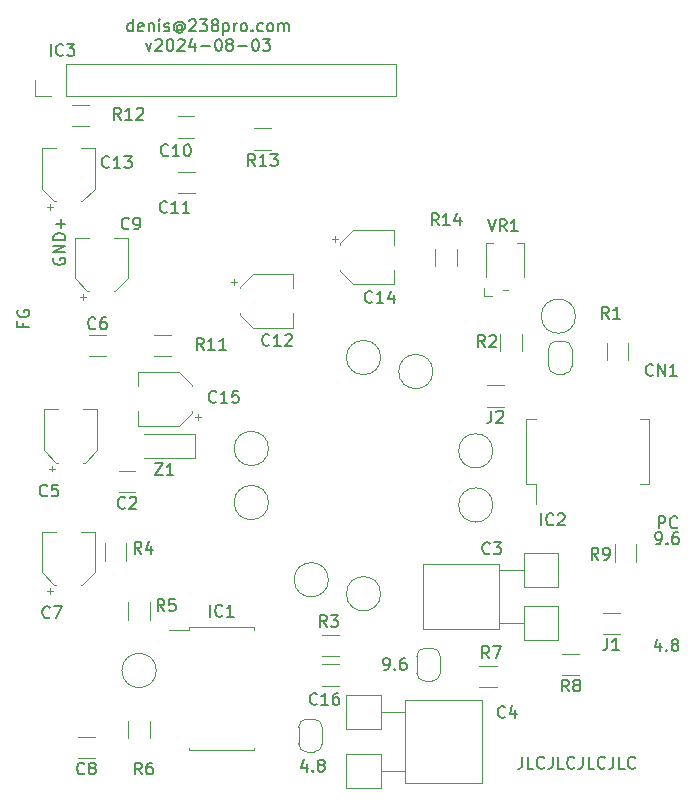
<source format=gto>
G04 #@! TF.GenerationSoftware,KiCad,Pcbnew,5.1.10-88a1d61d58~88~ubuntu18.04.1*
G04 #@! TF.CreationDate,2024-08-03T23:10:31-04:00*
G04 #@! TF.ProjectId,238-capstan,3233382d-6361-4707-9374-616e2e6b6963,rev?*
G04 #@! TF.SameCoordinates,Original*
G04 #@! TF.FileFunction,Legend,Top*
G04 #@! TF.FilePolarity,Positive*
%FSLAX46Y46*%
G04 Gerber Fmt 4.6, Leading zero omitted, Abs format (unit mm)*
G04 Created by KiCad (PCBNEW 5.1.10-88a1d61d58~88~ubuntu18.04.1) date 2024-08-03 23:10:31*
%MOMM*%
%LPD*%
G01*
G04 APERTURE LIST*
%ADD10C,0.150000*%
%ADD11C,0.120000*%
%ADD12O,2.500000X2.000000*%
%ADD13R,1.300000X1.700000*%
%ADD14C,2.100000*%
%ADD15C,2.500000*%
%ADD16R,1.600000X1.500000*%
%ADD17R,1.200000X1.200000*%
%ADD18C,0.100000*%
%ADD19O,1.700000X2.100000*%
%ADD20R,1.700000X2.100000*%
%ADD21R,2.500000X2.500000*%
G04 APERTURE END LIST*
D10*
X128469047Y-52377380D02*
X128469047Y-51377380D01*
X128469047Y-52329761D02*
X128373809Y-52377380D01*
X128183333Y-52377380D01*
X128088095Y-52329761D01*
X128040476Y-52282142D01*
X127992857Y-52186904D01*
X127992857Y-51901190D01*
X128040476Y-51805952D01*
X128088095Y-51758333D01*
X128183333Y-51710714D01*
X128373809Y-51710714D01*
X128469047Y-51758333D01*
X129326190Y-52329761D02*
X129230952Y-52377380D01*
X129040476Y-52377380D01*
X128945238Y-52329761D01*
X128897619Y-52234523D01*
X128897619Y-51853571D01*
X128945238Y-51758333D01*
X129040476Y-51710714D01*
X129230952Y-51710714D01*
X129326190Y-51758333D01*
X129373809Y-51853571D01*
X129373809Y-51948809D01*
X128897619Y-52044047D01*
X129802380Y-51710714D02*
X129802380Y-52377380D01*
X129802380Y-51805952D02*
X129850000Y-51758333D01*
X129945238Y-51710714D01*
X130088095Y-51710714D01*
X130183333Y-51758333D01*
X130230952Y-51853571D01*
X130230952Y-52377380D01*
X130707142Y-52377380D02*
X130707142Y-51710714D01*
X130707142Y-51377380D02*
X130659523Y-51425000D01*
X130707142Y-51472619D01*
X130754761Y-51425000D01*
X130707142Y-51377380D01*
X130707142Y-51472619D01*
X131135714Y-52329761D02*
X131230952Y-52377380D01*
X131421428Y-52377380D01*
X131516666Y-52329761D01*
X131564285Y-52234523D01*
X131564285Y-52186904D01*
X131516666Y-52091666D01*
X131421428Y-52044047D01*
X131278571Y-52044047D01*
X131183333Y-51996428D01*
X131135714Y-51901190D01*
X131135714Y-51853571D01*
X131183333Y-51758333D01*
X131278571Y-51710714D01*
X131421428Y-51710714D01*
X131516666Y-51758333D01*
X132611904Y-51901190D02*
X132564285Y-51853571D01*
X132469047Y-51805952D01*
X132373809Y-51805952D01*
X132278571Y-51853571D01*
X132230952Y-51901190D01*
X132183333Y-51996428D01*
X132183333Y-52091666D01*
X132230952Y-52186904D01*
X132278571Y-52234523D01*
X132373809Y-52282142D01*
X132469047Y-52282142D01*
X132564285Y-52234523D01*
X132611904Y-52186904D01*
X132611904Y-51805952D02*
X132611904Y-52186904D01*
X132659523Y-52234523D01*
X132707142Y-52234523D01*
X132802380Y-52186904D01*
X132850000Y-52091666D01*
X132850000Y-51853571D01*
X132754761Y-51710714D01*
X132611904Y-51615476D01*
X132421428Y-51567857D01*
X132230952Y-51615476D01*
X132088095Y-51710714D01*
X131992857Y-51853571D01*
X131945238Y-52044047D01*
X131992857Y-52234523D01*
X132088095Y-52377380D01*
X132230952Y-52472619D01*
X132421428Y-52520238D01*
X132611904Y-52472619D01*
X132754761Y-52377380D01*
X133230952Y-51472619D02*
X133278571Y-51425000D01*
X133373809Y-51377380D01*
X133611904Y-51377380D01*
X133707142Y-51425000D01*
X133754761Y-51472619D01*
X133802380Y-51567857D01*
X133802380Y-51663095D01*
X133754761Y-51805952D01*
X133183333Y-52377380D01*
X133802380Y-52377380D01*
X134135714Y-51377380D02*
X134754761Y-51377380D01*
X134421428Y-51758333D01*
X134564285Y-51758333D01*
X134659523Y-51805952D01*
X134707142Y-51853571D01*
X134754761Y-51948809D01*
X134754761Y-52186904D01*
X134707142Y-52282142D01*
X134659523Y-52329761D01*
X134564285Y-52377380D01*
X134278571Y-52377380D01*
X134183333Y-52329761D01*
X134135714Y-52282142D01*
X135326190Y-51805952D02*
X135230952Y-51758333D01*
X135183333Y-51710714D01*
X135135714Y-51615476D01*
X135135714Y-51567857D01*
X135183333Y-51472619D01*
X135230952Y-51425000D01*
X135326190Y-51377380D01*
X135516666Y-51377380D01*
X135611904Y-51425000D01*
X135659523Y-51472619D01*
X135707142Y-51567857D01*
X135707142Y-51615476D01*
X135659523Y-51710714D01*
X135611904Y-51758333D01*
X135516666Y-51805952D01*
X135326190Y-51805952D01*
X135230952Y-51853571D01*
X135183333Y-51901190D01*
X135135714Y-51996428D01*
X135135714Y-52186904D01*
X135183333Y-52282142D01*
X135230952Y-52329761D01*
X135326190Y-52377380D01*
X135516666Y-52377380D01*
X135611904Y-52329761D01*
X135659523Y-52282142D01*
X135707142Y-52186904D01*
X135707142Y-51996428D01*
X135659523Y-51901190D01*
X135611904Y-51853571D01*
X135516666Y-51805952D01*
X136135714Y-51710714D02*
X136135714Y-52710714D01*
X136135714Y-51758333D02*
X136230952Y-51710714D01*
X136421428Y-51710714D01*
X136516666Y-51758333D01*
X136564285Y-51805952D01*
X136611904Y-51901190D01*
X136611904Y-52186904D01*
X136564285Y-52282142D01*
X136516666Y-52329761D01*
X136421428Y-52377380D01*
X136230952Y-52377380D01*
X136135714Y-52329761D01*
X137040476Y-52377380D02*
X137040476Y-51710714D01*
X137040476Y-51901190D02*
X137088095Y-51805952D01*
X137135714Y-51758333D01*
X137230952Y-51710714D01*
X137326190Y-51710714D01*
X137802380Y-52377380D02*
X137707142Y-52329761D01*
X137659523Y-52282142D01*
X137611904Y-52186904D01*
X137611904Y-51901190D01*
X137659523Y-51805952D01*
X137707142Y-51758333D01*
X137802380Y-51710714D01*
X137945238Y-51710714D01*
X138040476Y-51758333D01*
X138088095Y-51805952D01*
X138135714Y-51901190D01*
X138135714Y-52186904D01*
X138088095Y-52282142D01*
X138040476Y-52329761D01*
X137945238Y-52377380D01*
X137802380Y-52377380D01*
X138564285Y-52282142D02*
X138611904Y-52329761D01*
X138564285Y-52377380D01*
X138516666Y-52329761D01*
X138564285Y-52282142D01*
X138564285Y-52377380D01*
X139469047Y-52329761D02*
X139373809Y-52377380D01*
X139183333Y-52377380D01*
X139088095Y-52329761D01*
X139040476Y-52282142D01*
X138992857Y-52186904D01*
X138992857Y-51901190D01*
X139040476Y-51805952D01*
X139088095Y-51758333D01*
X139183333Y-51710714D01*
X139373809Y-51710714D01*
X139469047Y-51758333D01*
X140040476Y-52377380D02*
X139945238Y-52329761D01*
X139897619Y-52282142D01*
X139850000Y-52186904D01*
X139850000Y-51901190D01*
X139897619Y-51805952D01*
X139945238Y-51758333D01*
X140040476Y-51710714D01*
X140183333Y-51710714D01*
X140278571Y-51758333D01*
X140326190Y-51805952D01*
X140373809Y-51901190D01*
X140373809Y-52186904D01*
X140326190Y-52282142D01*
X140278571Y-52329761D01*
X140183333Y-52377380D01*
X140040476Y-52377380D01*
X140802380Y-52377380D02*
X140802380Y-51710714D01*
X140802380Y-51805952D02*
X140850000Y-51758333D01*
X140945238Y-51710714D01*
X141088095Y-51710714D01*
X141183333Y-51758333D01*
X141230952Y-51853571D01*
X141230952Y-52377380D01*
X141230952Y-51853571D02*
X141278571Y-51758333D01*
X141373809Y-51710714D01*
X141516666Y-51710714D01*
X141611904Y-51758333D01*
X141659523Y-51853571D01*
X141659523Y-52377380D01*
X129564285Y-53360714D02*
X129802380Y-54027380D01*
X130040476Y-53360714D01*
X130373809Y-53122619D02*
X130421428Y-53075000D01*
X130516666Y-53027380D01*
X130754761Y-53027380D01*
X130850000Y-53075000D01*
X130897619Y-53122619D01*
X130945238Y-53217857D01*
X130945238Y-53313095D01*
X130897619Y-53455952D01*
X130326190Y-54027380D01*
X130945238Y-54027380D01*
X131564285Y-53027380D02*
X131659523Y-53027380D01*
X131754761Y-53075000D01*
X131802380Y-53122619D01*
X131850000Y-53217857D01*
X131897619Y-53408333D01*
X131897619Y-53646428D01*
X131850000Y-53836904D01*
X131802380Y-53932142D01*
X131754761Y-53979761D01*
X131659523Y-54027380D01*
X131564285Y-54027380D01*
X131469047Y-53979761D01*
X131421428Y-53932142D01*
X131373809Y-53836904D01*
X131326190Y-53646428D01*
X131326190Y-53408333D01*
X131373809Y-53217857D01*
X131421428Y-53122619D01*
X131469047Y-53075000D01*
X131564285Y-53027380D01*
X132278571Y-53122619D02*
X132326190Y-53075000D01*
X132421428Y-53027380D01*
X132659523Y-53027380D01*
X132754761Y-53075000D01*
X132802380Y-53122619D01*
X132850000Y-53217857D01*
X132850000Y-53313095D01*
X132802380Y-53455952D01*
X132230952Y-54027380D01*
X132850000Y-54027380D01*
X133707142Y-53360714D02*
X133707142Y-54027380D01*
X133469047Y-52979761D02*
X133230952Y-53694047D01*
X133850000Y-53694047D01*
X134230952Y-53646428D02*
X134992857Y-53646428D01*
X135659523Y-53027380D02*
X135754761Y-53027380D01*
X135850000Y-53075000D01*
X135897619Y-53122619D01*
X135945238Y-53217857D01*
X135992857Y-53408333D01*
X135992857Y-53646428D01*
X135945238Y-53836904D01*
X135897619Y-53932142D01*
X135850000Y-53979761D01*
X135754761Y-54027380D01*
X135659523Y-54027380D01*
X135564285Y-53979761D01*
X135516666Y-53932142D01*
X135469047Y-53836904D01*
X135421428Y-53646428D01*
X135421428Y-53408333D01*
X135469047Y-53217857D01*
X135516666Y-53122619D01*
X135564285Y-53075000D01*
X135659523Y-53027380D01*
X136564285Y-53455952D02*
X136469047Y-53408333D01*
X136421428Y-53360714D01*
X136373809Y-53265476D01*
X136373809Y-53217857D01*
X136421428Y-53122619D01*
X136469047Y-53075000D01*
X136564285Y-53027380D01*
X136754761Y-53027380D01*
X136850000Y-53075000D01*
X136897619Y-53122619D01*
X136945238Y-53217857D01*
X136945238Y-53265476D01*
X136897619Y-53360714D01*
X136850000Y-53408333D01*
X136754761Y-53455952D01*
X136564285Y-53455952D01*
X136469047Y-53503571D01*
X136421428Y-53551190D01*
X136373809Y-53646428D01*
X136373809Y-53836904D01*
X136421428Y-53932142D01*
X136469047Y-53979761D01*
X136564285Y-54027380D01*
X136754761Y-54027380D01*
X136850000Y-53979761D01*
X136897619Y-53932142D01*
X136945238Y-53836904D01*
X136945238Y-53646428D01*
X136897619Y-53551190D01*
X136850000Y-53503571D01*
X136754761Y-53455952D01*
X137373809Y-53646428D02*
X138135714Y-53646428D01*
X138802380Y-53027380D02*
X138897619Y-53027380D01*
X138992857Y-53075000D01*
X139040476Y-53122619D01*
X139088095Y-53217857D01*
X139135714Y-53408333D01*
X139135714Y-53646428D01*
X139088095Y-53836904D01*
X139040476Y-53932142D01*
X138992857Y-53979761D01*
X138897619Y-54027380D01*
X138802380Y-54027380D01*
X138707142Y-53979761D01*
X138659523Y-53932142D01*
X138611904Y-53836904D01*
X138564285Y-53646428D01*
X138564285Y-53408333D01*
X138611904Y-53217857D01*
X138659523Y-53122619D01*
X138707142Y-53075000D01*
X138802380Y-53027380D01*
X139469047Y-53027380D02*
X140088095Y-53027380D01*
X139754761Y-53408333D01*
X139897619Y-53408333D01*
X139992857Y-53455952D01*
X140040476Y-53503571D01*
X140088095Y-53598809D01*
X140088095Y-53836904D01*
X140040476Y-53932142D01*
X139992857Y-53979761D01*
X139897619Y-54027380D01*
X139611904Y-54027380D01*
X139516666Y-53979761D01*
X139469047Y-53932142D01*
X161430952Y-113802380D02*
X161430952Y-114516666D01*
X161383333Y-114659523D01*
X161288095Y-114754761D01*
X161145238Y-114802380D01*
X161050000Y-114802380D01*
X162383333Y-114802380D02*
X161907142Y-114802380D01*
X161907142Y-113802380D01*
X163288095Y-114707142D02*
X163240476Y-114754761D01*
X163097619Y-114802380D01*
X163002380Y-114802380D01*
X162859523Y-114754761D01*
X162764285Y-114659523D01*
X162716666Y-114564285D01*
X162669047Y-114373809D01*
X162669047Y-114230952D01*
X162716666Y-114040476D01*
X162764285Y-113945238D01*
X162859523Y-113850000D01*
X163002380Y-113802380D01*
X163097619Y-113802380D01*
X163240476Y-113850000D01*
X163288095Y-113897619D01*
X164002380Y-113802380D02*
X164002380Y-114516666D01*
X163954761Y-114659523D01*
X163859523Y-114754761D01*
X163716666Y-114802380D01*
X163621428Y-114802380D01*
X164954761Y-114802380D02*
X164478571Y-114802380D01*
X164478571Y-113802380D01*
X165859523Y-114707142D02*
X165811904Y-114754761D01*
X165669047Y-114802380D01*
X165573809Y-114802380D01*
X165430952Y-114754761D01*
X165335714Y-114659523D01*
X165288095Y-114564285D01*
X165240476Y-114373809D01*
X165240476Y-114230952D01*
X165288095Y-114040476D01*
X165335714Y-113945238D01*
X165430952Y-113850000D01*
X165573809Y-113802380D01*
X165669047Y-113802380D01*
X165811904Y-113850000D01*
X165859523Y-113897619D01*
X166573809Y-113802380D02*
X166573809Y-114516666D01*
X166526190Y-114659523D01*
X166430952Y-114754761D01*
X166288095Y-114802380D01*
X166192857Y-114802380D01*
X167526190Y-114802380D02*
X167050000Y-114802380D01*
X167050000Y-113802380D01*
X168430952Y-114707142D02*
X168383333Y-114754761D01*
X168240476Y-114802380D01*
X168145238Y-114802380D01*
X168002380Y-114754761D01*
X167907142Y-114659523D01*
X167859523Y-114564285D01*
X167811904Y-114373809D01*
X167811904Y-114230952D01*
X167859523Y-114040476D01*
X167907142Y-113945238D01*
X168002380Y-113850000D01*
X168145238Y-113802380D01*
X168240476Y-113802380D01*
X168383333Y-113850000D01*
X168430952Y-113897619D01*
X169145238Y-113802380D02*
X169145238Y-114516666D01*
X169097619Y-114659523D01*
X169002380Y-114754761D01*
X168859523Y-114802380D01*
X168764285Y-114802380D01*
X170097619Y-114802380D02*
X169621428Y-114802380D01*
X169621428Y-113802380D01*
X171002380Y-114707142D02*
X170954761Y-114754761D01*
X170811904Y-114802380D01*
X170716666Y-114802380D01*
X170573809Y-114754761D01*
X170478571Y-114659523D01*
X170430952Y-114564285D01*
X170383333Y-114373809D01*
X170383333Y-114230952D01*
X170430952Y-114040476D01*
X170478571Y-113945238D01*
X170573809Y-113850000D01*
X170716666Y-113802380D01*
X170811904Y-113802380D01*
X170954761Y-113850000D01*
X171002380Y-113897619D01*
D11*
X129400000Y-88500000D02*
X133700000Y-88500000D01*
X133700000Y-88500000D02*
X133700000Y-86500000D01*
X133700000Y-86500000D02*
X129400000Y-86500000D01*
X155910000Y-70810436D02*
X155910000Y-72264564D01*
X154090000Y-70810436D02*
X154090000Y-72264564D01*
X140189564Y-62410000D02*
X138735436Y-62410000D01*
X140189564Y-60590000D02*
X138735436Y-60590000D01*
X124764564Y-60410000D02*
X123310436Y-60410000D01*
X124764564Y-58590000D02*
X123310436Y-58590000D01*
X130235436Y-78090000D02*
X131689564Y-78090000D01*
X130235436Y-79910000D02*
X131689564Y-79910000D01*
X169290000Y-97277064D02*
X169290000Y-95822936D01*
X171110000Y-97277064D02*
X171110000Y-95822936D01*
X166277064Y-106910000D02*
X164822936Y-106910000D01*
X166277064Y-105090000D02*
X164822936Y-105090000D01*
X159264564Y-107910000D02*
X157810436Y-107910000D01*
X159264564Y-106090000D02*
X157810436Y-106090000D01*
X129910000Y-110735436D02*
X129910000Y-112189564D01*
X128090000Y-110735436D02*
X128090000Y-112189564D01*
X129910000Y-100735436D02*
X129910000Y-102189564D01*
X128090000Y-100735436D02*
X128090000Y-102189564D01*
X126090000Y-97189564D02*
X126090000Y-95735436D01*
X127910000Y-97189564D02*
X127910000Y-95735436D01*
X145927064Y-105310000D02*
X144472936Y-105310000D01*
X145927064Y-103490000D02*
X144472936Y-103490000D01*
X159590000Y-79439564D02*
X159590000Y-77985436D01*
X161410000Y-79439564D02*
X161410000Y-77985436D01*
X170410000Y-78772936D02*
X170410000Y-80227064D01*
X168590000Y-78772936D02*
X168590000Y-80227064D01*
X158422936Y-82340000D02*
X159877064Y-82340000D01*
X158422936Y-84160000D02*
X159877064Y-84160000D01*
X169689564Y-103410000D02*
X168235436Y-103410000D01*
X169689564Y-101590000D02*
X168235436Y-101590000D01*
X145911252Y-107810000D02*
X144488748Y-107810000D01*
X145911252Y-105990000D02*
X144488748Y-105990000D01*
X132311248Y-64290000D02*
X133733752Y-64290000D01*
X132311248Y-66110000D02*
X133733752Y-66110000D01*
X132263748Y-59590000D02*
X133686252Y-59590000D01*
X132263748Y-61410000D02*
X133686252Y-61410000D01*
X125236252Y-113910000D02*
X123813748Y-113910000D01*
X125236252Y-112090000D02*
X123813748Y-112090000D01*
X124763748Y-78090000D02*
X126186252Y-78090000D01*
X124763748Y-79910000D02*
X126186252Y-79910000D01*
X128686252Y-91410000D02*
X127263748Y-91410000D01*
X128686252Y-89590000D02*
X127263748Y-89590000D01*
X145026060Y-98814609D02*
G75*
G03*
X145026060Y-98814609I-1450000J0D01*
G01*
X149450000Y-100000000D02*
G75*
G03*
X149450000Y-100000000I-1450000J0D01*
G01*
X153873940Y-81185391D02*
G75*
G03*
X153873940Y-81185391I-1450000J0D01*
G01*
X149450000Y-80000000D02*
G75*
G03*
X149450000Y-80000000I-1450000J0D01*
G01*
X139950000Y-92280000D02*
G75*
G03*
X139950000Y-92280000I-1450000J0D01*
G01*
X139950000Y-87700000D02*
G75*
G03*
X139950000Y-87700000I-1450000J0D01*
G01*
X158950000Y-87900000D02*
G75*
G03*
X158950000Y-87900000I-1450000J0D01*
G01*
X158950000Y-92480000D02*
G75*
G03*
X158950000Y-92480000I-1450000J0D01*
G01*
X159800000Y-74300000D02*
X160200000Y-74300000D01*
X158400000Y-73200000D02*
X158400000Y-70300000D01*
X158400000Y-70300000D02*
X159000000Y-70300000D01*
X161600000Y-73200000D02*
X161600000Y-70300000D01*
X161600000Y-70300000D02*
X161000000Y-70300000D01*
X158200000Y-74100000D02*
X158200000Y-74800000D01*
X158200000Y-74800000D02*
X158900000Y-74800000D01*
X165950000Y-76500000D02*
G75*
G03*
X165950000Y-76500000I-1450000J0D01*
G01*
X130450000Y-106500000D02*
G75*
G03*
X130450000Y-106500000I-1450000J0D01*
G01*
X164950000Y-78600000D02*
G75*
G02*
X165650000Y-79300000I0J-700000D01*
G01*
X163650000Y-79300000D02*
G75*
G02*
X164350000Y-78600000I700000J0D01*
G01*
X164350000Y-81400000D02*
G75*
G02*
X163650000Y-80700000I0J700000D01*
G01*
X165650000Y-80700000D02*
G75*
G02*
X164950000Y-81400000I-700000J0D01*
G01*
X164350000Y-78600000D02*
X164950000Y-78600000D01*
X163650000Y-80700000D02*
X163650000Y-79300000D01*
X164950000Y-81400000D02*
X164350000Y-81400000D01*
X165650000Y-79300000D02*
X165650000Y-80700000D01*
X153200000Y-107400000D02*
G75*
G02*
X152500000Y-106700000I0J700000D01*
G01*
X154500000Y-106700000D02*
G75*
G02*
X153800000Y-107400000I-700000J0D01*
G01*
X153800000Y-104600000D02*
G75*
G02*
X154500000Y-105300000I0J-700000D01*
G01*
X152500000Y-105300000D02*
G75*
G02*
X153200000Y-104600000I700000J0D01*
G01*
X153800000Y-107400000D02*
X153200000Y-107400000D01*
X154500000Y-105300000D02*
X154500000Y-106700000D01*
X153200000Y-104600000D02*
X153800000Y-104600000D01*
X152500000Y-106700000D02*
X152500000Y-105300000D01*
X143200000Y-113400000D02*
G75*
G02*
X142500000Y-112700000I0J700000D01*
G01*
X144500000Y-112700000D02*
G75*
G02*
X143800000Y-113400000I-700000J0D01*
G01*
X143800000Y-110600000D02*
G75*
G02*
X144500000Y-111300000I0J-700000D01*
G01*
X142500000Y-111300000D02*
G75*
G02*
X143200000Y-110600000I700000J0D01*
G01*
X143800000Y-113400000D02*
X143200000Y-113400000D01*
X144500000Y-111300000D02*
X144500000Y-112700000D01*
X143200000Y-110600000D02*
X143800000Y-110600000D01*
X142500000Y-112700000D02*
X142500000Y-111300000D01*
X150770000Y-57830000D02*
X150770000Y-55170000D01*
X122770000Y-57830000D02*
X150770000Y-57830000D01*
X122770000Y-55170000D02*
X150770000Y-55170000D01*
X122770000Y-57830000D02*
X122770000Y-55170000D01*
X121500000Y-57830000D02*
X120170000Y-57830000D01*
X120170000Y-57830000D02*
X120170000Y-56500000D01*
X172210000Y-87962500D02*
X172210000Y-85202500D01*
X172210000Y-85202500D02*
X171370000Y-85202500D01*
X172210000Y-87962500D02*
X172210000Y-90722500D01*
X172210000Y-90722500D02*
X171370000Y-90722500D01*
X161790000Y-87962500D02*
X161790000Y-85202500D01*
X161790000Y-85202500D02*
X162630000Y-85202500D01*
X161790000Y-87962500D02*
X161790000Y-90722500D01*
X161790000Y-90722500D02*
X162630000Y-90722500D01*
X162630000Y-90722500D02*
X162630000Y-92412500D01*
X135962500Y-113265000D02*
X138722500Y-113265000D01*
X138722500Y-113265000D02*
X138722500Y-113060000D01*
X135962500Y-113265000D02*
X133202500Y-113265000D01*
X133202500Y-113265000D02*
X133202500Y-113060000D01*
X135962500Y-102845000D02*
X138722500Y-102845000D01*
X138722500Y-102845000D02*
X138722500Y-103050000D01*
X135962500Y-102845000D02*
X133202500Y-102845000D01*
X133202500Y-102845000D02*
X133202500Y-103050000D01*
X133202500Y-103050000D02*
X131512500Y-103050000D01*
X128940000Y-81240000D02*
X128940000Y-82440000D01*
X128940000Y-85760000D02*
X128940000Y-84560000D01*
X132395563Y-85760000D02*
X128940000Y-85760000D01*
X132395563Y-81240000D02*
X128940000Y-81240000D01*
X133460000Y-82304437D02*
X133460000Y-82440000D01*
X133460000Y-84695563D02*
X133460000Y-84560000D01*
X133460000Y-84695563D02*
X132395563Y-85760000D01*
X133460000Y-82304437D02*
X132395563Y-81240000D01*
X134200000Y-85060000D02*
X133700000Y-85060000D01*
X133950000Y-85310000D02*
X133950000Y-84810000D01*
X150560000Y-73760000D02*
X150560000Y-72560000D01*
X150560000Y-69240000D02*
X150560000Y-70440000D01*
X147104437Y-69240000D02*
X150560000Y-69240000D01*
X147104437Y-73760000D02*
X150560000Y-73760000D01*
X146040000Y-72695563D02*
X146040000Y-72560000D01*
X146040000Y-70304437D02*
X146040000Y-70440000D01*
X146040000Y-70304437D02*
X147104437Y-69240000D01*
X146040000Y-72695563D02*
X147104437Y-73760000D01*
X145300000Y-69940000D02*
X145800000Y-69940000D01*
X145550000Y-69690000D02*
X145550000Y-70190000D01*
X125260000Y-62240000D02*
X124060000Y-62240000D01*
X120740000Y-62240000D02*
X121940000Y-62240000D01*
X120740000Y-65695563D02*
X120740000Y-62240000D01*
X125260000Y-65695563D02*
X125260000Y-62240000D01*
X124195563Y-66760000D02*
X124060000Y-66760000D01*
X121804437Y-66760000D02*
X121940000Y-66760000D01*
X121804437Y-66760000D02*
X120740000Y-65695563D01*
X124195563Y-66760000D02*
X125260000Y-65695563D01*
X121440000Y-67500000D02*
X121440000Y-67000000D01*
X121190000Y-67250000D02*
X121690000Y-67250000D01*
X142060000Y-77460000D02*
X142060000Y-76260000D01*
X142060000Y-72940000D02*
X142060000Y-74140000D01*
X138604437Y-72940000D02*
X142060000Y-72940000D01*
X138604437Y-77460000D02*
X142060000Y-77460000D01*
X137540000Y-76395563D02*
X137540000Y-76260000D01*
X137540000Y-74004437D02*
X137540000Y-74140000D01*
X137540000Y-74004437D02*
X138604437Y-72940000D01*
X137540000Y-76395563D02*
X138604437Y-77460000D01*
X136800000Y-73640000D02*
X137300000Y-73640000D01*
X137050000Y-73390000D02*
X137050000Y-73890000D01*
X128060000Y-69840000D02*
X126860000Y-69840000D01*
X123540000Y-69840000D02*
X124740000Y-69840000D01*
X123540000Y-73295563D02*
X123540000Y-69840000D01*
X128060000Y-73295563D02*
X128060000Y-69840000D01*
X126995563Y-74360000D02*
X126860000Y-74360000D01*
X124604437Y-74360000D02*
X124740000Y-74360000D01*
X124604437Y-74360000D02*
X123540000Y-73295563D01*
X126995563Y-74360000D02*
X128060000Y-73295563D01*
X124240000Y-75100000D02*
X124240000Y-74600000D01*
X123990000Y-74850000D02*
X124490000Y-74850000D01*
X125260000Y-94740000D02*
X124060000Y-94740000D01*
X120740000Y-94740000D02*
X121940000Y-94740000D01*
X120740000Y-98195563D02*
X120740000Y-94740000D01*
X125260000Y-98195563D02*
X125260000Y-94740000D01*
X124195563Y-99260000D02*
X124060000Y-99260000D01*
X121804437Y-99260000D02*
X121940000Y-99260000D01*
X121804437Y-99260000D02*
X120740000Y-98195563D01*
X124195563Y-99260000D02*
X125260000Y-98195563D01*
X121440000Y-100000000D02*
X121440000Y-99500000D01*
X121190000Y-99750000D02*
X121690000Y-99750000D01*
X125460000Y-84390000D02*
X124260000Y-84390000D01*
X120940000Y-84390000D02*
X122140000Y-84390000D01*
X120940000Y-87845563D02*
X120940000Y-84390000D01*
X125460000Y-87845563D02*
X125460000Y-84390000D01*
X124395563Y-88910000D02*
X124260000Y-88910000D01*
X122004437Y-88910000D02*
X122140000Y-88910000D01*
X122004437Y-88910000D02*
X120940000Y-87845563D01*
X124395563Y-88910000D02*
X125460000Y-87845563D01*
X121640000Y-89650000D02*
X121640000Y-89150000D01*
X121390000Y-89400000D02*
X121890000Y-89400000D01*
X149450000Y-108550000D02*
X149450000Y-111450000D01*
X149450000Y-111450000D02*
X146550000Y-111450000D01*
X146550000Y-111450000D02*
X146550000Y-108550000D01*
X146550000Y-108550000D02*
X149450000Y-108550000D01*
X146550000Y-113550000D02*
X149450000Y-113550000D01*
X146550000Y-116450000D02*
X146550000Y-113550000D01*
X149450000Y-113550000D02*
X149450000Y-116450000D01*
X149450000Y-116450000D02*
X146550000Y-116450000D01*
X149500000Y-110000000D02*
X151500000Y-110000000D01*
X149500000Y-115000000D02*
X151500000Y-115000000D01*
X151500000Y-110200000D02*
X151500000Y-115200000D01*
X151500000Y-116000000D02*
X151500000Y-115200000D01*
X151500000Y-116000000D02*
X158000000Y-116000000D01*
X158000000Y-116000000D02*
X158000000Y-109000000D01*
X158000000Y-109000000D02*
X151500000Y-109000000D01*
X151500000Y-109000000D02*
X151500000Y-110200000D01*
X161550000Y-103950000D02*
X161550000Y-101050000D01*
X161550000Y-101050000D02*
X164450000Y-101050000D01*
X164450000Y-101050000D02*
X164450000Y-103950000D01*
X164450000Y-103950000D02*
X161550000Y-103950000D01*
X164450000Y-99450000D02*
X161550000Y-99450000D01*
X164450000Y-96550000D02*
X164450000Y-99450000D01*
X161550000Y-99450000D02*
X161550000Y-96550000D01*
X161550000Y-96550000D02*
X164450000Y-96550000D01*
X161500000Y-102500000D02*
X159500000Y-102500000D01*
X161500000Y-98000000D02*
X159500000Y-98000000D01*
X159500000Y-102500000D02*
X159500000Y-98000000D01*
X159500000Y-98000000D02*
X159500000Y-97500000D01*
X159500000Y-97500000D02*
X153000000Y-97500000D01*
X153000000Y-97500000D02*
X153000000Y-103000000D01*
X153000000Y-103000000D02*
X159500000Y-103000000D01*
X159500000Y-103000000D02*
X159500000Y-102500000D01*
D10*
X121800000Y-71580952D02*
X121752380Y-71676190D01*
X121752380Y-71819047D01*
X121800000Y-71961904D01*
X121895238Y-72057142D01*
X121990476Y-72104761D01*
X122180952Y-72152380D01*
X122323809Y-72152380D01*
X122514285Y-72104761D01*
X122609523Y-72057142D01*
X122704761Y-71961904D01*
X122752380Y-71819047D01*
X122752380Y-71723809D01*
X122704761Y-71580952D01*
X122657142Y-71533333D01*
X122323809Y-71533333D01*
X122323809Y-71723809D01*
X122752380Y-71104761D02*
X121752380Y-71104761D01*
X122752380Y-70533333D01*
X121752380Y-70533333D01*
X122752380Y-70057142D02*
X121752380Y-70057142D01*
X121752380Y-69819047D01*
X121800000Y-69676190D01*
X121895238Y-69580952D01*
X121990476Y-69533333D01*
X122180952Y-69485714D01*
X122323809Y-69485714D01*
X122514285Y-69533333D01*
X122609523Y-69580952D01*
X122704761Y-69676190D01*
X122752380Y-69819047D01*
X122752380Y-70057142D01*
X122371428Y-69057142D02*
X122371428Y-68295238D01*
X122752380Y-68676190D02*
X121990476Y-68676190D01*
X172988095Y-94452380D02*
X172988095Y-93452380D01*
X173369047Y-93452380D01*
X173464285Y-93500000D01*
X173511904Y-93547619D01*
X173559523Y-93642857D01*
X173559523Y-93785714D01*
X173511904Y-93880952D01*
X173464285Y-93928571D01*
X173369047Y-93976190D01*
X172988095Y-93976190D01*
X174559523Y-94357142D02*
X174511904Y-94404761D01*
X174369047Y-94452380D01*
X174273809Y-94452380D01*
X174130952Y-94404761D01*
X174035714Y-94309523D01*
X173988095Y-94214285D01*
X173940476Y-94023809D01*
X173940476Y-93880952D01*
X173988095Y-93690476D01*
X174035714Y-93595238D01*
X174130952Y-93500000D01*
X174273809Y-93452380D01*
X174369047Y-93452380D01*
X174511904Y-93500000D01*
X174559523Y-93547619D01*
X173126190Y-104185714D02*
X173126190Y-104852380D01*
X172888095Y-103804761D02*
X172650000Y-104519047D01*
X173269047Y-104519047D01*
X173650000Y-104757142D02*
X173697619Y-104804761D01*
X173650000Y-104852380D01*
X173602380Y-104804761D01*
X173650000Y-104757142D01*
X173650000Y-104852380D01*
X174269047Y-104280952D02*
X174173809Y-104233333D01*
X174126190Y-104185714D01*
X174078571Y-104090476D01*
X174078571Y-104042857D01*
X174126190Y-103947619D01*
X174173809Y-103900000D01*
X174269047Y-103852380D01*
X174459523Y-103852380D01*
X174554761Y-103900000D01*
X174602380Y-103947619D01*
X174650000Y-104042857D01*
X174650000Y-104090476D01*
X174602380Y-104185714D01*
X174554761Y-104233333D01*
X174459523Y-104280952D01*
X174269047Y-104280952D01*
X174173809Y-104328571D01*
X174126190Y-104376190D01*
X174078571Y-104471428D01*
X174078571Y-104661904D01*
X174126190Y-104757142D01*
X174173809Y-104804761D01*
X174269047Y-104852380D01*
X174459523Y-104852380D01*
X174554761Y-104804761D01*
X174602380Y-104757142D01*
X174650000Y-104661904D01*
X174650000Y-104471428D01*
X174602380Y-104376190D01*
X174554761Y-104328571D01*
X174459523Y-104280952D01*
X172795238Y-95802380D02*
X172985714Y-95802380D01*
X173080952Y-95754761D01*
X173128571Y-95707142D01*
X173223809Y-95564285D01*
X173271428Y-95373809D01*
X173271428Y-94992857D01*
X173223809Y-94897619D01*
X173176190Y-94850000D01*
X173080952Y-94802380D01*
X172890476Y-94802380D01*
X172795238Y-94850000D01*
X172747619Y-94897619D01*
X172700000Y-94992857D01*
X172700000Y-95230952D01*
X172747619Y-95326190D01*
X172795238Y-95373809D01*
X172890476Y-95421428D01*
X173080952Y-95421428D01*
X173176190Y-95373809D01*
X173223809Y-95326190D01*
X173271428Y-95230952D01*
X173700000Y-95707142D02*
X173747619Y-95754761D01*
X173700000Y-95802380D01*
X173652380Y-95754761D01*
X173700000Y-95707142D01*
X173700000Y-95802380D01*
X174604761Y-94802380D02*
X174414285Y-94802380D01*
X174319047Y-94850000D01*
X174271428Y-94897619D01*
X174176190Y-95040476D01*
X174128571Y-95230952D01*
X174128571Y-95611904D01*
X174176190Y-95707142D01*
X174223809Y-95754761D01*
X174319047Y-95802380D01*
X174509523Y-95802380D01*
X174604761Y-95754761D01*
X174652380Y-95707142D01*
X174700000Y-95611904D01*
X174700000Y-95373809D01*
X174652380Y-95278571D01*
X174604761Y-95230952D01*
X174509523Y-95183333D01*
X174319047Y-95183333D01*
X174223809Y-95230952D01*
X174176190Y-95278571D01*
X174128571Y-95373809D01*
X119178571Y-77057142D02*
X119178571Y-77390476D01*
X119702380Y-77390476D02*
X118702380Y-77390476D01*
X118702380Y-76914285D01*
X118750000Y-76009523D02*
X118702380Y-76104761D01*
X118702380Y-76247619D01*
X118750000Y-76390476D01*
X118845238Y-76485714D01*
X118940476Y-76533333D01*
X119130952Y-76580952D01*
X119273809Y-76580952D01*
X119464285Y-76533333D01*
X119559523Y-76485714D01*
X119654761Y-76390476D01*
X119702380Y-76247619D01*
X119702380Y-76152380D01*
X119654761Y-76009523D01*
X119607142Y-75961904D01*
X119273809Y-75961904D01*
X119273809Y-76152380D01*
X172509523Y-81457142D02*
X172461904Y-81504761D01*
X172319047Y-81552380D01*
X172223809Y-81552380D01*
X172080952Y-81504761D01*
X171985714Y-81409523D01*
X171938095Y-81314285D01*
X171890476Y-81123809D01*
X171890476Y-80980952D01*
X171938095Y-80790476D01*
X171985714Y-80695238D01*
X172080952Y-80600000D01*
X172223809Y-80552380D01*
X172319047Y-80552380D01*
X172461904Y-80600000D01*
X172509523Y-80647619D01*
X172938095Y-81552380D02*
X172938095Y-80552380D01*
X173509523Y-81552380D01*
X173509523Y-80552380D01*
X174509523Y-81552380D02*
X173938095Y-81552380D01*
X174223809Y-81552380D02*
X174223809Y-80552380D01*
X174128571Y-80695238D01*
X174033333Y-80790476D01*
X173938095Y-80838095D01*
X130340476Y-88952380D02*
X131007142Y-88952380D01*
X130340476Y-89952380D01*
X131007142Y-89952380D01*
X131911904Y-89952380D02*
X131340476Y-89952380D01*
X131626190Y-89952380D02*
X131626190Y-88952380D01*
X131530952Y-89095238D01*
X131435714Y-89190476D01*
X131340476Y-89238095D01*
X154357142Y-68802380D02*
X154023809Y-68326190D01*
X153785714Y-68802380D02*
X153785714Y-67802380D01*
X154166666Y-67802380D01*
X154261904Y-67850000D01*
X154309523Y-67897619D01*
X154357142Y-67992857D01*
X154357142Y-68135714D01*
X154309523Y-68230952D01*
X154261904Y-68278571D01*
X154166666Y-68326190D01*
X153785714Y-68326190D01*
X155309523Y-68802380D02*
X154738095Y-68802380D01*
X155023809Y-68802380D02*
X155023809Y-67802380D01*
X154928571Y-67945238D01*
X154833333Y-68040476D01*
X154738095Y-68088095D01*
X156166666Y-68135714D02*
X156166666Y-68802380D01*
X155928571Y-67754761D02*
X155690476Y-68469047D01*
X156309523Y-68469047D01*
X138819642Y-63772380D02*
X138486309Y-63296190D01*
X138248214Y-63772380D02*
X138248214Y-62772380D01*
X138629166Y-62772380D01*
X138724404Y-62820000D01*
X138772023Y-62867619D01*
X138819642Y-62962857D01*
X138819642Y-63105714D01*
X138772023Y-63200952D01*
X138724404Y-63248571D01*
X138629166Y-63296190D01*
X138248214Y-63296190D01*
X139772023Y-63772380D02*
X139200595Y-63772380D01*
X139486309Y-63772380D02*
X139486309Y-62772380D01*
X139391071Y-62915238D01*
X139295833Y-63010476D01*
X139200595Y-63058095D01*
X140105357Y-62772380D02*
X140724404Y-62772380D01*
X140391071Y-63153333D01*
X140533928Y-63153333D01*
X140629166Y-63200952D01*
X140676785Y-63248571D01*
X140724404Y-63343809D01*
X140724404Y-63581904D01*
X140676785Y-63677142D01*
X140629166Y-63724761D01*
X140533928Y-63772380D01*
X140248214Y-63772380D01*
X140152976Y-63724761D01*
X140105357Y-63677142D01*
X127457142Y-59852380D02*
X127123809Y-59376190D01*
X126885714Y-59852380D02*
X126885714Y-58852380D01*
X127266666Y-58852380D01*
X127361904Y-58900000D01*
X127409523Y-58947619D01*
X127457142Y-59042857D01*
X127457142Y-59185714D01*
X127409523Y-59280952D01*
X127361904Y-59328571D01*
X127266666Y-59376190D01*
X126885714Y-59376190D01*
X128409523Y-59852380D02*
X127838095Y-59852380D01*
X128123809Y-59852380D02*
X128123809Y-58852380D01*
X128028571Y-58995238D01*
X127933333Y-59090476D01*
X127838095Y-59138095D01*
X128790476Y-58947619D02*
X128838095Y-58900000D01*
X128933333Y-58852380D01*
X129171428Y-58852380D01*
X129266666Y-58900000D01*
X129314285Y-58947619D01*
X129361904Y-59042857D01*
X129361904Y-59138095D01*
X129314285Y-59280952D01*
X128742857Y-59852380D01*
X129361904Y-59852380D01*
X134457142Y-79352380D02*
X134123809Y-78876190D01*
X133885714Y-79352380D02*
X133885714Y-78352380D01*
X134266666Y-78352380D01*
X134361904Y-78400000D01*
X134409523Y-78447619D01*
X134457142Y-78542857D01*
X134457142Y-78685714D01*
X134409523Y-78780952D01*
X134361904Y-78828571D01*
X134266666Y-78876190D01*
X133885714Y-78876190D01*
X135409523Y-79352380D02*
X134838095Y-79352380D01*
X135123809Y-79352380D02*
X135123809Y-78352380D01*
X135028571Y-78495238D01*
X134933333Y-78590476D01*
X134838095Y-78638095D01*
X136361904Y-79352380D02*
X135790476Y-79352380D01*
X136076190Y-79352380D02*
X136076190Y-78352380D01*
X135980952Y-78495238D01*
X135885714Y-78590476D01*
X135790476Y-78638095D01*
X167883333Y-97102380D02*
X167550000Y-96626190D01*
X167311904Y-97102380D02*
X167311904Y-96102380D01*
X167692857Y-96102380D01*
X167788095Y-96150000D01*
X167835714Y-96197619D01*
X167883333Y-96292857D01*
X167883333Y-96435714D01*
X167835714Y-96530952D01*
X167788095Y-96578571D01*
X167692857Y-96626190D01*
X167311904Y-96626190D01*
X168359523Y-97102380D02*
X168550000Y-97102380D01*
X168645238Y-97054761D01*
X168692857Y-97007142D01*
X168788095Y-96864285D01*
X168835714Y-96673809D01*
X168835714Y-96292857D01*
X168788095Y-96197619D01*
X168740476Y-96150000D01*
X168645238Y-96102380D01*
X168454761Y-96102380D01*
X168359523Y-96150000D01*
X168311904Y-96197619D01*
X168264285Y-96292857D01*
X168264285Y-96530952D01*
X168311904Y-96626190D01*
X168359523Y-96673809D01*
X168454761Y-96721428D01*
X168645238Y-96721428D01*
X168740476Y-96673809D01*
X168788095Y-96626190D01*
X168835714Y-96530952D01*
X165383333Y-108272380D02*
X165050000Y-107796190D01*
X164811904Y-108272380D02*
X164811904Y-107272380D01*
X165192857Y-107272380D01*
X165288095Y-107320000D01*
X165335714Y-107367619D01*
X165383333Y-107462857D01*
X165383333Y-107605714D01*
X165335714Y-107700952D01*
X165288095Y-107748571D01*
X165192857Y-107796190D01*
X164811904Y-107796190D01*
X165954761Y-107700952D02*
X165859523Y-107653333D01*
X165811904Y-107605714D01*
X165764285Y-107510476D01*
X165764285Y-107462857D01*
X165811904Y-107367619D01*
X165859523Y-107320000D01*
X165954761Y-107272380D01*
X166145238Y-107272380D01*
X166240476Y-107320000D01*
X166288095Y-107367619D01*
X166335714Y-107462857D01*
X166335714Y-107510476D01*
X166288095Y-107605714D01*
X166240476Y-107653333D01*
X166145238Y-107700952D01*
X165954761Y-107700952D01*
X165859523Y-107748571D01*
X165811904Y-107796190D01*
X165764285Y-107891428D01*
X165764285Y-108081904D01*
X165811904Y-108177142D01*
X165859523Y-108224761D01*
X165954761Y-108272380D01*
X166145238Y-108272380D01*
X166240476Y-108224761D01*
X166288095Y-108177142D01*
X166335714Y-108081904D01*
X166335714Y-107891428D01*
X166288095Y-107796190D01*
X166240476Y-107748571D01*
X166145238Y-107700952D01*
X158633333Y-105452380D02*
X158300000Y-104976190D01*
X158061904Y-105452380D02*
X158061904Y-104452380D01*
X158442857Y-104452380D01*
X158538095Y-104500000D01*
X158585714Y-104547619D01*
X158633333Y-104642857D01*
X158633333Y-104785714D01*
X158585714Y-104880952D01*
X158538095Y-104928571D01*
X158442857Y-104976190D01*
X158061904Y-104976190D01*
X158966666Y-104452380D02*
X159633333Y-104452380D01*
X159204761Y-105452380D01*
X129233333Y-115302380D02*
X128900000Y-114826190D01*
X128661904Y-115302380D02*
X128661904Y-114302380D01*
X129042857Y-114302380D01*
X129138095Y-114350000D01*
X129185714Y-114397619D01*
X129233333Y-114492857D01*
X129233333Y-114635714D01*
X129185714Y-114730952D01*
X129138095Y-114778571D01*
X129042857Y-114826190D01*
X128661904Y-114826190D01*
X130090476Y-114302380D02*
X129900000Y-114302380D01*
X129804761Y-114350000D01*
X129757142Y-114397619D01*
X129661904Y-114540476D01*
X129614285Y-114730952D01*
X129614285Y-115111904D01*
X129661904Y-115207142D01*
X129709523Y-115254761D01*
X129804761Y-115302380D01*
X129995238Y-115302380D01*
X130090476Y-115254761D01*
X130138095Y-115207142D01*
X130185714Y-115111904D01*
X130185714Y-114873809D01*
X130138095Y-114778571D01*
X130090476Y-114730952D01*
X129995238Y-114683333D01*
X129804761Y-114683333D01*
X129709523Y-114730952D01*
X129661904Y-114778571D01*
X129614285Y-114873809D01*
X131133333Y-101452380D02*
X130800000Y-100976190D01*
X130561904Y-101452380D02*
X130561904Y-100452380D01*
X130942857Y-100452380D01*
X131038095Y-100500000D01*
X131085714Y-100547619D01*
X131133333Y-100642857D01*
X131133333Y-100785714D01*
X131085714Y-100880952D01*
X131038095Y-100928571D01*
X130942857Y-100976190D01*
X130561904Y-100976190D01*
X132038095Y-100452380D02*
X131561904Y-100452380D01*
X131514285Y-100928571D01*
X131561904Y-100880952D01*
X131657142Y-100833333D01*
X131895238Y-100833333D01*
X131990476Y-100880952D01*
X132038095Y-100928571D01*
X132085714Y-101023809D01*
X132085714Y-101261904D01*
X132038095Y-101357142D01*
X131990476Y-101404761D01*
X131895238Y-101452380D01*
X131657142Y-101452380D01*
X131561904Y-101404761D01*
X131514285Y-101357142D01*
X129183333Y-96602380D02*
X128850000Y-96126190D01*
X128611904Y-96602380D02*
X128611904Y-95602380D01*
X128992857Y-95602380D01*
X129088095Y-95650000D01*
X129135714Y-95697619D01*
X129183333Y-95792857D01*
X129183333Y-95935714D01*
X129135714Y-96030952D01*
X129088095Y-96078571D01*
X128992857Y-96126190D01*
X128611904Y-96126190D01*
X130040476Y-95935714D02*
X130040476Y-96602380D01*
X129802380Y-95554761D02*
X129564285Y-96269047D01*
X130183333Y-96269047D01*
X144883333Y-102802380D02*
X144550000Y-102326190D01*
X144311904Y-102802380D02*
X144311904Y-101802380D01*
X144692857Y-101802380D01*
X144788095Y-101850000D01*
X144835714Y-101897619D01*
X144883333Y-101992857D01*
X144883333Y-102135714D01*
X144835714Y-102230952D01*
X144788095Y-102278571D01*
X144692857Y-102326190D01*
X144311904Y-102326190D01*
X145216666Y-101802380D02*
X145835714Y-101802380D01*
X145502380Y-102183333D01*
X145645238Y-102183333D01*
X145740476Y-102230952D01*
X145788095Y-102278571D01*
X145835714Y-102373809D01*
X145835714Y-102611904D01*
X145788095Y-102707142D01*
X145740476Y-102754761D01*
X145645238Y-102802380D01*
X145359523Y-102802380D01*
X145264285Y-102754761D01*
X145216666Y-102707142D01*
X158283333Y-79102380D02*
X157950000Y-78626190D01*
X157711904Y-79102380D02*
X157711904Y-78102380D01*
X158092857Y-78102380D01*
X158188095Y-78150000D01*
X158235714Y-78197619D01*
X158283333Y-78292857D01*
X158283333Y-78435714D01*
X158235714Y-78530952D01*
X158188095Y-78578571D01*
X158092857Y-78626190D01*
X157711904Y-78626190D01*
X158664285Y-78197619D02*
X158711904Y-78150000D01*
X158807142Y-78102380D01*
X159045238Y-78102380D01*
X159140476Y-78150000D01*
X159188095Y-78197619D01*
X159235714Y-78292857D01*
X159235714Y-78388095D01*
X159188095Y-78530952D01*
X158616666Y-79102380D01*
X159235714Y-79102380D01*
X168783333Y-76702380D02*
X168450000Y-76226190D01*
X168211904Y-76702380D02*
X168211904Y-75702380D01*
X168592857Y-75702380D01*
X168688095Y-75750000D01*
X168735714Y-75797619D01*
X168783333Y-75892857D01*
X168783333Y-76035714D01*
X168735714Y-76130952D01*
X168688095Y-76178571D01*
X168592857Y-76226190D01*
X168211904Y-76226190D01*
X169735714Y-76702380D02*
X169164285Y-76702380D01*
X169450000Y-76702380D02*
X169450000Y-75702380D01*
X169354761Y-75845238D01*
X169259523Y-75940476D01*
X169164285Y-75988095D01*
X158816666Y-84502380D02*
X158816666Y-85216666D01*
X158769047Y-85359523D01*
X158673809Y-85454761D01*
X158530952Y-85502380D01*
X158435714Y-85502380D01*
X159245238Y-84597619D02*
X159292857Y-84550000D01*
X159388095Y-84502380D01*
X159626190Y-84502380D01*
X159721428Y-84550000D01*
X159769047Y-84597619D01*
X159816666Y-84692857D01*
X159816666Y-84788095D01*
X159769047Y-84930952D01*
X159197619Y-85502380D01*
X159816666Y-85502380D01*
X168629166Y-103772380D02*
X168629166Y-104486666D01*
X168581547Y-104629523D01*
X168486309Y-104724761D01*
X168343452Y-104772380D01*
X168248214Y-104772380D01*
X169629166Y-104772380D02*
X169057738Y-104772380D01*
X169343452Y-104772380D02*
X169343452Y-103772380D01*
X169248214Y-103915238D01*
X169152976Y-104010476D01*
X169057738Y-104058095D01*
X144057142Y-109307142D02*
X144009523Y-109354761D01*
X143866666Y-109402380D01*
X143771428Y-109402380D01*
X143628571Y-109354761D01*
X143533333Y-109259523D01*
X143485714Y-109164285D01*
X143438095Y-108973809D01*
X143438095Y-108830952D01*
X143485714Y-108640476D01*
X143533333Y-108545238D01*
X143628571Y-108450000D01*
X143771428Y-108402380D01*
X143866666Y-108402380D01*
X144009523Y-108450000D01*
X144057142Y-108497619D01*
X145009523Y-109402380D02*
X144438095Y-109402380D01*
X144723809Y-109402380D02*
X144723809Y-108402380D01*
X144628571Y-108545238D01*
X144533333Y-108640476D01*
X144438095Y-108688095D01*
X145866666Y-108402380D02*
X145676190Y-108402380D01*
X145580952Y-108450000D01*
X145533333Y-108497619D01*
X145438095Y-108640476D01*
X145390476Y-108830952D01*
X145390476Y-109211904D01*
X145438095Y-109307142D01*
X145485714Y-109354761D01*
X145580952Y-109402380D01*
X145771428Y-109402380D01*
X145866666Y-109354761D01*
X145914285Y-109307142D01*
X145961904Y-109211904D01*
X145961904Y-108973809D01*
X145914285Y-108878571D01*
X145866666Y-108830952D01*
X145771428Y-108783333D01*
X145580952Y-108783333D01*
X145485714Y-108830952D01*
X145438095Y-108878571D01*
X145390476Y-108973809D01*
X131357142Y-67657142D02*
X131309523Y-67704761D01*
X131166666Y-67752380D01*
X131071428Y-67752380D01*
X130928571Y-67704761D01*
X130833333Y-67609523D01*
X130785714Y-67514285D01*
X130738095Y-67323809D01*
X130738095Y-67180952D01*
X130785714Y-66990476D01*
X130833333Y-66895238D01*
X130928571Y-66800000D01*
X131071428Y-66752380D01*
X131166666Y-66752380D01*
X131309523Y-66800000D01*
X131357142Y-66847619D01*
X132309523Y-67752380D02*
X131738095Y-67752380D01*
X132023809Y-67752380D02*
X132023809Y-66752380D01*
X131928571Y-66895238D01*
X131833333Y-66990476D01*
X131738095Y-67038095D01*
X133261904Y-67752380D02*
X132690476Y-67752380D01*
X132976190Y-67752380D02*
X132976190Y-66752380D01*
X132880952Y-66895238D01*
X132785714Y-66990476D01*
X132690476Y-67038095D01*
X131457142Y-62857142D02*
X131409523Y-62904761D01*
X131266666Y-62952380D01*
X131171428Y-62952380D01*
X131028571Y-62904761D01*
X130933333Y-62809523D01*
X130885714Y-62714285D01*
X130838095Y-62523809D01*
X130838095Y-62380952D01*
X130885714Y-62190476D01*
X130933333Y-62095238D01*
X131028571Y-62000000D01*
X131171428Y-61952380D01*
X131266666Y-61952380D01*
X131409523Y-62000000D01*
X131457142Y-62047619D01*
X132409523Y-62952380D02*
X131838095Y-62952380D01*
X132123809Y-62952380D02*
X132123809Y-61952380D01*
X132028571Y-62095238D01*
X131933333Y-62190476D01*
X131838095Y-62238095D01*
X133028571Y-61952380D02*
X133123809Y-61952380D01*
X133219047Y-62000000D01*
X133266666Y-62047619D01*
X133314285Y-62142857D01*
X133361904Y-62333333D01*
X133361904Y-62571428D01*
X133314285Y-62761904D01*
X133266666Y-62857142D01*
X133219047Y-62904761D01*
X133123809Y-62952380D01*
X133028571Y-62952380D01*
X132933333Y-62904761D01*
X132885714Y-62857142D01*
X132838095Y-62761904D01*
X132790476Y-62571428D01*
X132790476Y-62333333D01*
X132838095Y-62142857D01*
X132885714Y-62047619D01*
X132933333Y-62000000D01*
X133028571Y-61952380D01*
X124358333Y-115207142D02*
X124310714Y-115254761D01*
X124167857Y-115302380D01*
X124072619Y-115302380D01*
X123929761Y-115254761D01*
X123834523Y-115159523D01*
X123786904Y-115064285D01*
X123739285Y-114873809D01*
X123739285Y-114730952D01*
X123786904Y-114540476D01*
X123834523Y-114445238D01*
X123929761Y-114350000D01*
X124072619Y-114302380D01*
X124167857Y-114302380D01*
X124310714Y-114350000D01*
X124358333Y-114397619D01*
X124929761Y-114730952D02*
X124834523Y-114683333D01*
X124786904Y-114635714D01*
X124739285Y-114540476D01*
X124739285Y-114492857D01*
X124786904Y-114397619D01*
X124834523Y-114350000D01*
X124929761Y-114302380D01*
X125120238Y-114302380D01*
X125215476Y-114350000D01*
X125263095Y-114397619D01*
X125310714Y-114492857D01*
X125310714Y-114540476D01*
X125263095Y-114635714D01*
X125215476Y-114683333D01*
X125120238Y-114730952D01*
X124929761Y-114730952D01*
X124834523Y-114778571D01*
X124786904Y-114826190D01*
X124739285Y-114921428D01*
X124739285Y-115111904D01*
X124786904Y-115207142D01*
X124834523Y-115254761D01*
X124929761Y-115302380D01*
X125120238Y-115302380D01*
X125215476Y-115254761D01*
X125263095Y-115207142D01*
X125310714Y-115111904D01*
X125310714Y-114921428D01*
X125263095Y-114826190D01*
X125215476Y-114778571D01*
X125120238Y-114730952D01*
X125308333Y-77507142D02*
X125260714Y-77554761D01*
X125117857Y-77602380D01*
X125022619Y-77602380D01*
X124879761Y-77554761D01*
X124784523Y-77459523D01*
X124736904Y-77364285D01*
X124689285Y-77173809D01*
X124689285Y-77030952D01*
X124736904Y-76840476D01*
X124784523Y-76745238D01*
X124879761Y-76650000D01*
X125022619Y-76602380D01*
X125117857Y-76602380D01*
X125260714Y-76650000D01*
X125308333Y-76697619D01*
X126165476Y-76602380D02*
X125975000Y-76602380D01*
X125879761Y-76650000D01*
X125832142Y-76697619D01*
X125736904Y-76840476D01*
X125689285Y-77030952D01*
X125689285Y-77411904D01*
X125736904Y-77507142D01*
X125784523Y-77554761D01*
X125879761Y-77602380D01*
X126070238Y-77602380D01*
X126165476Y-77554761D01*
X126213095Y-77507142D01*
X126260714Y-77411904D01*
X126260714Y-77173809D01*
X126213095Y-77078571D01*
X126165476Y-77030952D01*
X126070238Y-76983333D01*
X125879761Y-76983333D01*
X125784523Y-77030952D01*
X125736904Y-77078571D01*
X125689285Y-77173809D01*
X127808333Y-92707142D02*
X127760714Y-92754761D01*
X127617857Y-92802380D01*
X127522619Y-92802380D01*
X127379761Y-92754761D01*
X127284523Y-92659523D01*
X127236904Y-92564285D01*
X127189285Y-92373809D01*
X127189285Y-92230952D01*
X127236904Y-92040476D01*
X127284523Y-91945238D01*
X127379761Y-91850000D01*
X127522619Y-91802380D01*
X127617857Y-91802380D01*
X127760714Y-91850000D01*
X127808333Y-91897619D01*
X128189285Y-91897619D02*
X128236904Y-91850000D01*
X128332142Y-91802380D01*
X128570238Y-91802380D01*
X128665476Y-91850000D01*
X128713095Y-91897619D01*
X128760714Y-91992857D01*
X128760714Y-92088095D01*
X128713095Y-92230952D01*
X128141666Y-92802380D01*
X128760714Y-92802380D01*
X158540476Y-68302380D02*
X158873809Y-69302380D01*
X159207142Y-68302380D01*
X160111904Y-69302380D02*
X159778571Y-68826190D01*
X159540476Y-69302380D02*
X159540476Y-68302380D01*
X159921428Y-68302380D01*
X160016666Y-68350000D01*
X160064285Y-68397619D01*
X160111904Y-68492857D01*
X160111904Y-68635714D01*
X160064285Y-68730952D01*
X160016666Y-68778571D01*
X159921428Y-68826190D01*
X159540476Y-68826190D01*
X161064285Y-69302380D02*
X160492857Y-69302380D01*
X160778571Y-69302380D02*
X160778571Y-68302380D01*
X160683333Y-68445238D01*
X160588095Y-68540476D01*
X160492857Y-68588095D01*
X149745238Y-106452380D02*
X149935714Y-106452380D01*
X150030952Y-106404761D01*
X150078571Y-106357142D01*
X150173809Y-106214285D01*
X150221428Y-106023809D01*
X150221428Y-105642857D01*
X150173809Y-105547619D01*
X150126190Y-105500000D01*
X150030952Y-105452380D01*
X149840476Y-105452380D01*
X149745238Y-105500000D01*
X149697619Y-105547619D01*
X149650000Y-105642857D01*
X149650000Y-105880952D01*
X149697619Y-105976190D01*
X149745238Y-106023809D01*
X149840476Y-106071428D01*
X150030952Y-106071428D01*
X150126190Y-106023809D01*
X150173809Y-105976190D01*
X150221428Y-105880952D01*
X150650000Y-106357142D02*
X150697619Y-106404761D01*
X150650000Y-106452380D01*
X150602380Y-106404761D01*
X150650000Y-106357142D01*
X150650000Y-106452380D01*
X151554761Y-105452380D02*
X151364285Y-105452380D01*
X151269047Y-105500000D01*
X151221428Y-105547619D01*
X151126190Y-105690476D01*
X151078571Y-105880952D01*
X151078571Y-106261904D01*
X151126190Y-106357142D01*
X151173809Y-106404761D01*
X151269047Y-106452380D01*
X151459523Y-106452380D01*
X151554761Y-106404761D01*
X151602380Y-106357142D01*
X151650000Y-106261904D01*
X151650000Y-106023809D01*
X151602380Y-105928571D01*
X151554761Y-105880952D01*
X151459523Y-105833333D01*
X151269047Y-105833333D01*
X151173809Y-105880952D01*
X151126190Y-105928571D01*
X151078571Y-106023809D01*
X143176190Y-114385714D02*
X143176190Y-115052380D01*
X142938095Y-114004761D02*
X142700000Y-114719047D01*
X143319047Y-114719047D01*
X143700000Y-114957142D02*
X143747619Y-115004761D01*
X143700000Y-115052380D01*
X143652380Y-115004761D01*
X143700000Y-114957142D01*
X143700000Y-115052380D01*
X144319047Y-114480952D02*
X144223809Y-114433333D01*
X144176190Y-114385714D01*
X144128571Y-114290476D01*
X144128571Y-114242857D01*
X144176190Y-114147619D01*
X144223809Y-114100000D01*
X144319047Y-114052380D01*
X144509523Y-114052380D01*
X144604761Y-114100000D01*
X144652380Y-114147619D01*
X144700000Y-114242857D01*
X144700000Y-114290476D01*
X144652380Y-114385714D01*
X144604761Y-114433333D01*
X144509523Y-114480952D01*
X144319047Y-114480952D01*
X144223809Y-114528571D01*
X144176190Y-114576190D01*
X144128571Y-114671428D01*
X144128571Y-114861904D01*
X144176190Y-114957142D01*
X144223809Y-115004761D01*
X144319047Y-115052380D01*
X144509523Y-115052380D01*
X144604761Y-115004761D01*
X144652380Y-114957142D01*
X144700000Y-114861904D01*
X144700000Y-114671428D01*
X144652380Y-114576190D01*
X144604761Y-114528571D01*
X144509523Y-114480952D01*
X121523809Y-54452380D02*
X121523809Y-53452380D01*
X122571428Y-54357142D02*
X122523809Y-54404761D01*
X122380952Y-54452380D01*
X122285714Y-54452380D01*
X122142857Y-54404761D01*
X122047619Y-54309523D01*
X122000000Y-54214285D01*
X121952380Y-54023809D01*
X121952380Y-53880952D01*
X122000000Y-53690476D01*
X122047619Y-53595238D01*
X122142857Y-53500000D01*
X122285714Y-53452380D01*
X122380952Y-53452380D01*
X122523809Y-53500000D01*
X122571428Y-53547619D01*
X122904761Y-53452380D02*
X123523809Y-53452380D01*
X123190476Y-53833333D01*
X123333333Y-53833333D01*
X123428571Y-53880952D01*
X123476190Y-53928571D01*
X123523809Y-54023809D01*
X123523809Y-54261904D01*
X123476190Y-54357142D01*
X123428571Y-54404761D01*
X123333333Y-54452380D01*
X123047619Y-54452380D01*
X122952380Y-54404761D01*
X122904761Y-54357142D01*
X163023809Y-94202380D02*
X163023809Y-93202380D01*
X164071428Y-94107142D02*
X164023809Y-94154761D01*
X163880952Y-94202380D01*
X163785714Y-94202380D01*
X163642857Y-94154761D01*
X163547619Y-94059523D01*
X163500000Y-93964285D01*
X163452380Y-93773809D01*
X163452380Y-93630952D01*
X163500000Y-93440476D01*
X163547619Y-93345238D01*
X163642857Y-93250000D01*
X163785714Y-93202380D01*
X163880952Y-93202380D01*
X164023809Y-93250000D01*
X164071428Y-93297619D01*
X164452380Y-93297619D02*
X164500000Y-93250000D01*
X164595238Y-93202380D01*
X164833333Y-93202380D01*
X164928571Y-93250000D01*
X164976190Y-93297619D01*
X165023809Y-93392857D01*
X165023809Y-93488095D01*
X164976190Y-93630952D01*
X164404761Y-94202380D01*
X165023809Y-94202380D01*
X134998809Y-101927380D02*
X134998809Y-100927380D01*
X136046428Y-101832142D02*
X135998809Y-101879761D01*
X135855952Y-101927380D01*
X135760714Y-101927380D01*
X135617857Y-101879761D01*
X135522619Y-101784523D01*
X135475000Y-101689285D01*
X135427380Y-101498809D01*
X135427380Y-101355952D01*
X135475000Y-101165476D01*
X135522619Y-101070238D01*
X135617857Y-100975000D01*
X135760714Y-100927380D01*
X135855952Y-100927380D01*
X135998809Y-100975000D01*
X136046428Y-101022619D01*
X136998809Y-101927380D02*
X136427380Y-101927380D01*
X136713095Y-101927380D02*
X136713095Y-100927380D01*
X136617857Y-101070238D01*
X136522619Y-101165476D01*
X136427380Y-101213095D01*
X135532142Y-83732142D02*
X135484523Y-83779761D01*
X135341666Y-83827380D01*
X135246428Y-83827380D01*
X135103571Y-83779761D01*
X135008333Y-83684523D01*
X134960714Y-83589285D01*
X134913095Y-83398809D01*
X134913095Y-83255952D01*
X134960714Y-83065476D01*
X135008333Y-82970238D01*
X135103571Y-82875000D01*
X135246428Y-82827380D01*
X135341666Y-82827380D01*
X135484523Y-82875000D01*
X135532142Y-82922619D01*
X136484523Y-83827380D02*
X135913095Y-83827380D01*
X136198809Y-83827380D02*
X136198809Y-82827380D01*
X136103571Y-82970238D01*
X136008333Y-83065476D01*
X135913095Y-83113095D01*
X137389285Y-82827380D02*
X136913095Y-82827380D01*
X136865476Y-83303571D01*
X136913095Y-83255952D01*
X137008333Y-83208333D01*
X137246428Y-83208333D01*
X137341666Y-83255952D01*
X137389285Y-83303571D01*
X137436904Y-83398809D01*
X137436904Y-83636904D01*
X137389285Y-83732142D01*
X137341666Y-83779761D01*
X137246428Y-83827380D01*
X137008333Y-83827380D01*
X136913095Y-83779761D01*
X136865476Y-83732142D01*
X148732142Y-75282142D02*
X148684523Y-75329761D01*
X148541666Y-75377380D01*
X148446428Y-75377380D01*
X148303571Y-75329761D01*
X148208333Y-75234523D01*
X148160714Y-75139285D01*
X148113095Y-74948809D01*
X148113095Y-74805952D01*
X148160714Y-74615476D01*
X148208333Y-74520238D01*
X148303571Y-74425000D01*
X148446428Y-74377380D01*
X148541666Y-74377380D01*
X148684523Y-74425000D01*
X148732142Y-74472619D01*
X149684523Y-75377380D02*
X149113095Y-75377380D01*
X149398809Y-75377380D02*
X149398809Y-74377380D01*
X149303571Y-74520238D01*
X149208333Y-74615476D01*
X149113095Y-74663095D01*
X150541666Y-74710714D02*
X150541666Y-75377380D01*
X150303571Y-74329761D02*
X150065476Y-75044047D01*
X150684523Y-75044047D01*
X126457142Y-63857142D02*
X126409523Y-63904761D01*
X126266666Y-63952380D01*
X126171428Y-63952380D01*
X126028571Y-63904761D01*
X125933333Y-63809523D01*
X125885714Y-63714285D01*
X125838095Y-63523809D01*
X125838095Y-63380952D01*
X125885714Y-63190476D01*
X125933333Y-63095238D01*
X126028571Y-63000000D01*
X126171428Y-62952380D01*
X126266666Y-62952380D01*
X126409523Y-63000000D01*
X126457142Y-63047619D01*
X127409523Y-63952380D02*
X126838095Y-63952380D01*
X127123809Y-63952380D02*
X127123809Y-62952380D01*
X127028571Y-63095238D01*
X126933333Y-63190476D01*
X126838095Y-63238095D01*
X127742857Y-62952380D02*
X128361904Y-62952380D01*
X128028571Y-63333333D01*
X128171428Y-63333333D01*
X128266666Y-63380952D01*
X128314285Y-63428571D01*
X128361904Y-63523809D01*
X128361904Y-63761904D01*
X128314285Y-63857142D01*
X128266666Y-63904761D01*
X128171428Y-63952380D01*
X127885714Y-63952380D01*
X127790476Y-63904761D01*
X127742857Y-63857142D01*
X140032142Y-78932142D02*
X139984523Y-78979761D01*
X139841666Y-79027380D01*
X139746428Y-79027380D01*
X139603571Y-78979761D01*
X139508333Y-78884523D01*
X139460714Y-78789285D01*
X139413095Y-78598809D01*
X139413095Y-78455952D01*
X139460714Y-78265476D01*
X139508333Y-78170238D01*
X139603571Y-78075000D01*
X139746428Y-78027380D01*
X139841666Y-78027380D01*
X139984523Y-78075000D01*
X140032142Y-78122619D01*
X140984523Y-79027380D02*
X140413095Y-79027380D01*
X140698809Y-79027380D02*
X140698809Y-78027380D01*
X140603571Y-78170238D01*
X140508333Y-78265476D01*
X140413095Y-78313095D01*
X141365476Y-78122619D02*
X141413095Y-78075000D01*
X141508333Y-78027380D01*
X141746428Y-78027380D01*
X141841666Y-78075000D01*
X141889285Y-78122619D01*
X141936904Y-78217857D01*
X141936904Y-78313095D01*
X141889285Y-78455952D01*
X141317857Y-79027380D01*
X141936904Y-79027380D01*
X128133333Y-69057142D02*
X128085714Y-69104761D01*
X127942857Y-69152380D01*
X127847619Y-69152380D01*
X127704761Y-69104761D01*
X127609523Y-69009523D01*
X127561904Y-68914285D01*
X127514285Y-68723809D01*
X127514285Y-68580952D01*
X127561904Y-68390476D01*
X127609523Y-68295238D01*
X127704761Y-68200000D01*
X127847619Y-68152380D01*
X127942857Y-68152380D01*
X128085714Y-68200000D01*
X128133333Y-68247619D01*
X128609523Y-69152380D02*
X128800000Y-69152380D01*
X128895238Y-69104761D01*
X128942857Y-69057142D01*
X129038095Y-68914285D01*
X129085714Y-68723809D01*
X129085714Y-68342857D01*
X129038095Y-68247619D01*
X128990476Y-68200000D01*
X128895238Y-68152380D01*
X128704761Y-68152380D01*
X128609523Y-68200000D01*
X128561904Y-68247619D01*
X128514285Y-68342857D01*
X128514285Y-68580952D01*
X128561904Y-68676190D01*
X128609523Y-68723809D01*
X128704761Y-68771428D01*
X128895238Y-68771428D01*
X128990476Y-68723809D01*
X129038095Y-68676190D01*
X129085714Y-68580952D01*
X121433333Y-101982142D02*
X121385714Y-102029761D01*
X121242857Y-102077380D01*
X121147619Y-102077380D01*
X121004761Y-102029761D01*
X120909523Y-101934523D01*
X120861904Y-101839285D01*
X120814285Y-101648809D01*
X120814285Y-101505952D01*
X120861904Y-101315476D01*
X120909523Y-101220238D01*
X121004761Y-101125000D01*
X121147619Y-101077380D01*
X121242857Y-101077380D01*
X121385714Y-101125000D01*
X121433333Y-101172619D01*
X121766666Y-101077380D02*
X122433333Y-101077380D01*
X122004761Y-102077380D01*
X121208333Y-91657142D02*
X121160714Y-91704761D01*
X121017857Y-91752380D01*
X120922619Y-91752380D01*
X120779761Y-91704761D01*
X120684523Y-91609523D01*
X120636904Y-91514285D01*
X120589285Y-91323809D01*
X120589285Y-91180952D01*
X120636904Y-90990476D01*
X120684523Y-90895238D01*
X120779761Y-90800000D01*
X120922619Y-90752380D01*
X121017857Y-90752380D01*
X121160714Y-90800000D01*
X121208333Y-90847619D01*
X122113095Y-90752380D02*
X121636904Y-90752380D01*
X121589285Y-91228571D01*
X121636904Y-91180952D01*
X121732142Y-91133333D01*
X121970238Y-91133333D01*
X122065476Y-91180952D01*
X122113095Y-91228571D01*
X122160714Y-91323809D01*
X122160714Y-91561904D01*
X122113095Y-91657142D01*
X122065476Y-91704761D01*
X121970238Y-91752380D01*
X121732142Y-91752380D01*
X121636904Y-91704761D01*
X121589285Y-91657142D01*
X159983333Y-110407142D02*
X159935714Y-110454761D01*
X159792857Y-110502380D01*
X159697619Y-110502380D01*
X159554761Y-110454761D01*
X159459523Y-110359523D01*
X159411904Y-110264285D01*
X159364285Y-110073809D01*
X159364285Y-109930952D01*
X159411904Y-109740476D01*
X159459523Y-109645238D01*
X159554761Y-109550000D01*
X159697619Y-109502380D01*
X159792857Y-109502380D01*
X159935714Y-109550000D01*
X159983333Y-109597619D01*
X160840476Y-109835714D02*
X160840476Y-110502380D01*
X160602380Y-109454761D02*
X160364285Y-110169047D01*
X160983333Y-110169047D01*
X158683333Y-96557142D02*
X158635714Y-96604761D01*
X158492857Y-96652380D01*
X158397619Y-96652380D01*
X158254761Y-96604761D01*
X158159523Y-96509523D01*
X158111904Y-96414285D01*
X158064285Y-96223809D01*
X158064285Y-96080952D01*
X158111904Y-95890476D01*
X158159523Y-95795238D01*
X158254761Y-95700000D01*
X158397619Y-95652380D01*
X158492857Y-95652380D01*
X158635714Y-95700000D01*
X158683333Y-95747619D01*
X159016666Y-95652380D02*
X159635714Y-95652380D01*
X159302380Y-96033333D01*
X159445238Y-96033333D01*
X159540476Y-96080952D01*
X159588095Y-96128571D01*
X159635714Y-96223809D01*
X159635714Y-96461904D01*
X159588095Y-96557142D01*
X159540476Y-96604761D01*
X159445238Y-96652380D01*
X159159523Y-96652380D01*
X159064285Y-96604761D01*
X159016666Y-96557142D01*
%LPC*%
D12*
X120000000Y-68960000D03*
X120000000Y-71500000D03*
X173700000Y-102430000D03*
X173700000Y-99890000D03*
X173700000Y-97350000D03*
X121200000Y-78000000D03*
X121200000Y-75460000D03*
X173700000Y-83100000D03*
X173700000Y-85640000D03*
X173700000Y-88180000D03*
G36*
G01*
X174950000Y-90220000D02*
X174950000Y-91220000D01*
G75*
G02*
X174450000Y-91720000I-500000J0D01*
G01*
X172950000Y-91720000D01*
G75*
G02*
X172450000Y-91220000I0J500000D01*
G01*
X172450000Y-90220000D01*
G75*
G02*
X172950000Y-89720000I500000J0D01*
G01*
X174450000Y-89720000D01*
G75*
G02*
X174950000Y-90220000I0J-500000D01*
G01*
G37*
D13*
X129400000Y-87500000D03*
X132900000Y-87500000D03*
D14*
X165500000Y-110500000D03*
X156700000Y-65000000D03*
X125000000Y-103500000D03*
G36*
G01*
X154375000Y-72437500D02*
X155625000Y-72437500D01*
G75*
G02*
X155875000Y-72687500I0J-250000D01*
G01*
X155875000Y-73487500D01*
G75*
G02*
X155625000Y-73737500I-250000J0D01*
G01*
X154375000Y-73737500D01*
G75*
G02*
X154125000Y-73487500I0J250000D01*
G01*
X154125000Y-72687500D01*
G75*
G02*
X154375000Y-72437500I250000J0D01*
G01*
G37*
G36*
G01*
X154375000Y-69337500D02*
X155625000Y-69337500D01*
G75*
G02*
X155875000Y-69587500I0J-250000D01*
G01*
X155875000Y-70387500D01*
G75*
G02*
X155625000Y-70637500I-250000J0D01*
G01*
X154375000Y-70637500D01*
G75*
G02*
X154125000Y-70387500I0J250000D01*
G01*
X154125000Y-69587500D01*
G75*
G02*
X154375000Y-69337500I250000J0D01*
G01*
G37*
G36*
G01*
X138562500Y-60875000D02*
X138562500Y-62125000D01*
G75*
G02*
X138312500Y-62375000I-250000J0D01*
G01*
X137512500Y-62375000D01*
G75*
G02*
X137262500Y-62125000I0J250000D01*
G01*
X137262500Y-60875000D01*
G75*
G02*
X137512500Y-60625000I250000J0D01*
G01*
X138312500Y-60625000D01*
G75*
G02*
X138562500Y-60875000I0J-250000D01*
G01*
G37*
G36*
G01*
X141662500Y-60875000D02*
X141662500Y-62125000D01*
G75*
G02*
X141412500Y-62375000I-250000J0D01*
G01*
X140612500Y-62375000D01*
G75*
G02*
X140362500Y-62125000I0J250000D01*
G01*
X140362500Y-60875000D01*
G75*
G02*
X140612500Y-60625000I250000J0D01*
G01*
X141412500Y-60625000D01*
G75*
G02*
X141662500Y-60875000I0J-250000D01*
G01*
G37*
G36*
G01*
X123137500Y-58875000D02*
X123137500Y-60125000D01*
G75*
G02*
X122887500Y-60375000I-250000J0D01*
G01*
X122087500Y-60375000D01*
G75*
G02*
X121837500Y-60125000I0J250000D01*
G01*
X121837500Y-58875000D01*
G75*
G02*
X122087500Y-58625000I250000J0D01*
G01*
X122887500Y-58625000D01*
G75*
G02*
X123137500Y-58875000I0J-250000D01*
G01*
G37*
G36*
G01*
X126237500Y-58875000D02*
X126237500Y-60125000D01*
G75*
G02*
X125987500Y-60375000I-250000J0D01*
G01*
X125187500Y-60375000D01*
G75*
G02*
X124937500Y-60125000I0J250000D01*
G01*
X124937500Y-58875000D01*
G75*
G02*
X125187500Y-58625000I250000J0D01*
G01*
X125987500Y-58625000D01*
G75*
G02*
X126237500Y-58875000I0J-250000D01*
G01*
G37*
G36*
G01*
X131862500Y-79625000D02*
X131862500Y-78375000D01*
G75*
G02*
X132112500Y-78125000I250000J0D01*
G01*
X132912500Y-78125000D01*
G75*
G02*
X133162500Y-78375000I0J-250000D01*
G01*
X133162500Y-79625000D01*
G75*
G02*
X132912500Y-79875000I-250000J0D01*
G01*
X132112500Y-79875000D01*
G75*
G02*
X131862500Y-79625000I0J250000D01*
G01*
G37*
G36*
G01*
X128762500Y-79625000D02*
X128762500Y-78375000D01*
G75*
G02*
X129012500Y-78125000I250000J0D01*
G01*
X129812500Y-78125000D01*
G75*
G02*
X130062500Y-78375000I0J-250000D01*
G01*
X130062500Y-79625000D01*
G75*
G02*
X129812500Y-79875000I-250000J0D01*
G01*
X129012500Y-79875000D01*
G75*
G02*
X128762500Y-79625000I0J250000D01*
G01*
G37*
G36*
G01*
X170825000Y-95650000D02*
X169575000Y-95650000D01*
G75*
G02*
X169325000Y-95400000I0J250000D01*
G01*
X169325000Y-94600000D01*
G75*
G02*
X169575000Y-94350000I250000J0D01*
G01*
X170825000Y-94350000D01*
G75*
G02*
X171075000Y-94600000I0J-250000D01*
G01*
X171075000Y-95400000D01*
G75*
G02*
X170825000Y-95650000I-250000J0D01*
G01*
G37*
G36*
G01*
X170825000Y-98750000D02*
X169575000Y-98750000D01*
G75*
G02*
X169325000Y-98500000I0J250000D01*
G01*
X169325000Y-97700000D01*
G75*
G02*
X169575000Y-97450000I250000J0D01*
G01*
X170825000Y-97450000D01*
G75*
G02*
X171075000Y-97700000I0J-250000D01*
G01*
X171075000Y-98500000D01*
G75*
G02*
X170825000Y-98750000I-250000J0D01*
G01*
G37*
G36*
G01*
X164650000Y-105375000D02*
X164650000Y-106625000D01*
G75*
G02*
X164400000Y-106875000I-250000J0D01*
G01*
X163600000Y-106875000D01*
G75*
G02*
X163350000Y-106625000I0J250000D01*
G01*
X163350000Y-105375000D01*
G75*
G02*
X163600000Y-105125000I250000J0D01*
G01*
X164400000Y-105125000D01*
G75*
G02*
X164650000Y-105375000I0J-250000D01*
G01*
G37*
G36*
G01*
X167750000Y-105375000D02*
X167750000Y-106625000D01*
G75*
G02*
X167500000Y-106875000I-250000J0D01*
G01*
X166700000Y-106875000D01*
G75*
G02*
X166450000Y-106625000I0J250000D01*
G01*
X166450000Y-105375000D01*
G75*
G02*
X166700000Y-105125000I250000J0D01*
G01*
X167500000Y-105125000D01*
G75*
G02*
X167750000Y-105375000I0J-250000D01*
G01*
G37*
G36*
G01*
X157637500Y-106375000D02*
X157637500Y-107625000D01*
G75*
G02*
X157387500Y-107875000I-250000J0D01*
G01*
X156587500Y-107875000D01*
G75*
G02*
X156337500Y-107625000I0J250000D01*
G01*
X156337500Y-106375000D01*
G75*
G02*
X156587500Y-106125000I250000J0D01*
G01*
X157387500Y-106125000D01*
G75*
G02*
X157637500Y-106375000I0J-250000D01*
G01*
G37*
G36*
G01*
X160737500Y-106375000D02*
X160737500Y-107625000D01*
G75*
G02*
X160487500Y-107875000I-250000J0D01*
G01*
X159687500Y-107875000D01*
G75*
G02*
X159437500Y-107625000I0J250000D01*
G01*
X159437500Y-106375000D01*
G75*
G02*
X159687500Y-106125000I250000J0D01*
G01*
X160487500Y-106125000D01*
G75*
G02*
X160737500Y-106375000I0J-250000D01*
G01*
G37*
G36*
G01*
X128375000Y-112362500D02*
X129625000Y-112362500D01*
G75*
G02*
X129875000Y-112612500I0J-250000D01*
G01*
X129875000Y-113412500D01*
G75*
G02*
X129625000Y-113662500I-250000J0D01*
G01*
X128375000Y-113662500D01*
G75*
G02*
X128125000Y-113412500I0J250000D01*
G01*
X128125000Y-112612500D01*
G75*
G02*
X128375000Y-112362500I250000J0D01*
G01*
G37*
G36*
G01*
X128375000Y-109262500D02*
X129625000Y-109262500D01*
G75*
G02*
X129875000Y-109512500I0J-250000D01*
G01*
X129875000Y-110312500D01*
G75*
G02*
X129625000Y-110562500I-250000J0D01*
G01*
X128375000Y-110562500D01*
G75*
G02*
X128125000Y-110312500I0J250000D01*
G01*
X128125000Y-109512500D01*
G75*
G02*
X128375000Y-109262500I250000J0D01*
G01*
G37*
G36*
G01*
X128375000Y-102362500D02*
X129625000Y-102362500D01*
G75*
G02*
X129875000Y-102612500I0J-250000D01*
G01*
X129875000Y-103412500D01*
G75*
G02*
X129625000Y-103662500I-250000J0D01*
G01*
X128375000Y-103662500D01*
G75*
G02*
X128125000Y-103412500I0J250000D01*
G01*
X128125000Y-102612500D01*
G75*
G02*
X128375000Y-102362500I250000J0D01*
G01*
G37*
G36*
G01*
X128375000Y-99262500D02*
X129625000Y-99262500D01*
G75*
G02*
X129875000Y-99512500I0J-250000D01*
G01*
X129875000Y-100312500D01*
G75*
G02*
X129625000Y-100562500I-250000J0D01*
G01*
X128375000Y-100562500D01*
G75*
G02*
X128125000Y-100312500I0J250000D01*
G01*
X128125000Y-99512500D01*
G75*
G02*
X128375000Y-99262500I250000J0D01*
G01*
G37*
G36*
G01*
X127625000Y-95562500D02*
X126375000Y-95562500D01*
G75*
G02*
X126125000Y-95312500I0J250000D01*
G01*
X126125000Y-94512500D01*
G75*
G02*
X126375000Y-94262500I250000J0D01*
G01*
X127625000Y-94262500D01*
G75*
G02*
X127875000Y-94512500I0J-250000D01*
G01*
X127875000Y-95312500D01*
G75*
G02*
X127625000Y-95562500I-250000J0D01*
G01*
G37*
G36*
G01*
X127625000Y-98662500D02*
X126375000Y-98662500D01*
G75*
G02*
X126125000Y-98412500I0J250000D01*
G01*
X126125000Y-97612500D01*
G75*
G02*
X126375000Y-97362500I250000J0D01*
G01*
X127625000Y-97362500D01*
G75*
G02*
X127875000Y-97612500I0J-250000D01*
G01*
X127875000Y-98412500D01*
G75*
G02*
X127625000Y-98662500I-250000J0D01*
G01*
G37*
G36*
G01*
X144300000Y-103775000D02*
X144300000Y-105025000D01*
G75*
G02*
X144050000Y-105275000I-250000J0D01*
G01*
X143250000Y-105275000D01*
G75*
G02*
X143000000Y-105025000I0J250000D01*
G01*
X143000000Y-103775000D01*
G75*
G02*
X143250000Y-103525000I250000J0D01*
G01*
X144050000Y-103525000D01*
G75*
G02*
X144300000Y-103775000I0J-250000D01*
G01*
G37*
G36*
G01*
X147400000Y-103775000D02*
X147400000Y-105025000D01*
G75*
G02*
X147150000Y-105275000I-250000J0D01*
G01*
X146350000Y-105275000D01*
G75*
G02*
X146100000Y-105025000I0J250000D01*
G01*
X146100000Y-103775000D01*
G75*
G02*
X146350000Y-103525000I250000J0D01*
G01*
X147150000Y-103525000D01*
G75*
G02*
X147400000Y-103775000I0J-250000D01*
G01*
G37*
G36*
G01*
X161125000Y-77812500D02*
X159875000Y-77812500D01*
G75*
G02*
X159625000Y-77562500I0J250000D01*
G01*
X159625000Y-76762500D01*
G75*
G02*
X159875000Y-76512500I250000J0D01*
G01*
X161125000Y-76512500D01*
G75*
G02*
X161375000Y-76762500I0J-250000D01*
G01*
X161375000Y-77562500D01*
G75*
G02*
X161125000Y-77812500I-250000J0D01*
G01*
G37*
G36*
G01*
X161125000Y-80912500D02*
X159875000Y-80912500D01*
G75*
G02*
X159625000Y-80662500I0J250000D01*
G01*
X159625000Y-79862500D01*
G75*
G02*
X159875000Y-79612500I250000J0D01*
G01*
X161125000Y-79612500D01*
G75*
G02*
X161375000Y-79862500I0J-250000D01*
G01*
X161375000Y-80662500D01*
G75*
G02*
X161125000Y-80912500I-250000J0D01*
G01*
G37*
G36*
G01*
X168875000Y-80400000D02*
X170125000Y-80400000D01*
G75*
G02*
X170375000Y-80650000I0J-250000D01*
G01*
X170375000Y-81450000D01*
G75*
G02*
X170125000Y-81700000I-250000J0D01*
G01*
X168875000Y-81700000D01*
G75*
G02*
X168625000Y-81450000I0J250000D01*
G01*
X168625000Y-80650000D01*
G75*
G02*
X168875000Y-80400000I250000J0D01*
G01*
G37*
G36*
G01*
X168875000Y-77300000D02*
X170125000Y-77300000D01*
G75*
G02*
X170375000Y-77550000I0J-250000D01*
G01*
X170375000Y-78350000D01*
G75*
G02*
X170125000Y-78600000I-250000J0D01*
G01*
X168875000Y-78600000D01*
G75*
G02*
X168625000Y-78350000I0J250000D01*
G01*
X168625000Y-77550000D01*
G75*
G02*
X168875000Y-77300000I250000J0D01*
G01*
G37*
G36*
G01*
X160050000Y-83875000D02*
X160050000Y-82625000D01*
G75*
G02*
X160300000Y-82375000I250000J0D01*
G01*
X161100000Y-82375000D01*
G75*
G02*
X161350000Y-82625000I0J-250000D01*
G01*
X161350000Y-83875000D01*
G75*
G02*
X161100000Y-84125000I-250000J0D01*
G01*
X160300000Y-84125000D01*
G75*
G02*
X160050000Y-83875000I0J250000D01*
G01*
G37*
G36*
G01*
X156950000Y-83875000D02*
X156950000Y-82625000D01*
G75*
G02*
X157200000Y-82375000I250000J0D01*
G01*
X158000000Y-82375000D01*
G75*
G02*
X158250000Y-82625000I0J-250000D01*
G01*
X158250000Y-83875000D01*
G75*
G02*
X158000000Y-84125000I-250000J0D01*
G01*
X157200000Y-84125000D01*
G75*
G02*
X156950000Y-83875000I0J250000D01*
G01*
G37*
G36*
G01*
X168062500Y-101875000D02*
X168062500Y-103125000D01*
G75*
G02*
X167812500Y-103375000I-250000J0D01*
G01*
X167012500Y-103375000D01*
G75*
G02*
X166762500Y-103125000I0J250000D01*
G01*
X166762500Y-101875000D01*
G75*
G02*
X167012500Y-101625000I250000J0D01*
G01*
X167812500Y-101625000D01*
G75*
G02*
X168062500Y-101875000I0J-250000D01*
G01*
G37*
G36*
G01*
X171162500Y-101875000D02*
X171162500Y-103125000D01*
G75*
G02*
X170912500Y-103375000I-250000J0D01*
G01*
X170112500Y-103375000D01*
G75*
G02*
X169862500Y-103125000I0J250000D01*
G01*
X169862500Y-101875000D01*
G75*
G02*
X170112500Y-101625000I250000J0D01*
G01*
X170912500Y-101625000D01*
G75*
G02*
X171162500Y-101875000I0J-250000D01*
G01*
G37*
G36*
G01*
X144300000Y-106249999D02*
X144300000Y-107550001D01*
G75*
G02*
X144050001Y-107800000I-249999J0D01*
G01*
X143224999Y-107800000D01*
G75*
G02*
X142975000Y-107550001I0J249999D01*
G01*
X142975000Y-106249999D01*
G75*
G02*
X143224999Y-106000000I249999J0D01*
G01*
X144050001Y-106000000D01*
G75*
G02*
X144300000Y-106249999I0J-249999D01*
G01*
G37*
G36*
G01*
X147425000Y-106249999D02*
X147425000Y-107550001D01*
G75*
G02*
X147175001Y-107800000I-249999J0D01*
G01*
X146349999Y-107800000D01*
G75*
G02*
X146100000Y-107550001I0J249999D01*
G01*
X146100000Y-106249999D01*
G75*
G02*
X146349999Y-106000000I249999J0D01*
G01*
X147175001Y-106000000D01*
G75*
G02*
X147425000Y-106249999I0J-249999D01*
G01*
G37*
G36*
G01*
X133922500Y-65850001D02*
X133922500Y-64549999D01*
G75*
G02*
X134172499Y-64300000I249999J0D01*
G01*
X134997501Y-64300000D01*
G75*
G02*
X135247500Y-64549999I0J-249999D01*
G01*
X135247500Y-65850001D01*
G75*
G02*
X134997501Y-66100000I-249999J0D01*
G01*
X134172499Y-66100000D01*
G75*
G02*
X133922500Y-65850001I0J249999D01*
G01*
G37*
G36*
G01*
X130797500Y-65850001D02*
X130797500Y-64549999D01*
G75*
G02*
X131047499Y-64300000I249999J0D01*
G01*
X131872501Y-64300000D01*
G75*
G02*
X132122500Y-64549999I0J-249999D01*
G01*
X132122500Y-65850001D01*
G75*
G02*
X131872501Y-66100000I-249999J0D01*
G01*
X131047499Y-66100000D01*
G75*
G02*
X130797500Y-65850001I0J249999D01*
G01*
G37*
G36*
G01*
X133875000Y-61150001D02*
X133875000Y-59849999D01*
G75*
G02*
X134124999Y-59600000I249999J0D01*
G01*
X134950001Y-59600000D01*
G75*
G02*
X135200000Y-59849999I0J-249999D01*
G01*
X135200000Y-61150001D01*
G75*
G02*
X134950001Y-61400000I-249999J0D01*
G01*
X134124999Y-61400000D01*
G75*
G02*
X133875000Y-61150001I0J249999D01*
G01*
G37*
G36*
G01*
X130750000Y-61150001D02*
X130750000Y-59849999D01*
G75*
G02*
X130999999Y-59600000I249999J0D01*
G01*
X131825001Y-59600000D01*
G75*
G02*
X132075000Y-59849999I0J-249999D01*
G01*
X132075000Y-61150001D01*
G75*
G02*
X131825001Y-61400000I-249999J0D01*
G01*
X130999999Y-61400000D01*
G75*
G02*
X130750000Y-61150001I0J249999D01*
G01*
G37*
G36*
G01*
X123625000Y-112349999D02*
X123625000Y-113650001D01*
G75*
G02*
X123375001Y-113900000I-249999J0D01*
G01*
X122549999Y-113900000D01*
G75*
G02*
X122300000Y-113650001I0J249999D01*
G01*
X122300000Y-112349999D01*
G75*
G02*
X122549999Y-112100000I249999J0D01*
G01*
X123375001Y-112100000D01*
G75*
G02*
X123625000Y-112349999I0J-249999D01*
G01*
G37*
G36*
G01*
X126750000Y-112349999D02*
X126750000Y-113650001D01*
G75*
G02*
X126500001Y-113900000I-249999J0D01*
G01*
X125674999Y-113900000D01*
G75*
G02*
X125425000Y-113650001I0J249999D01*
G01*
X125425000Y-112349999D01*
G75*
G02*
X125674999Y-112100000I249999J0D01*
G01*
X126500001Y-112100000D01*
G75*
G02*
X126750000Y-112349999I0J-249999D01*
G01*
G37*
G36*
G01*
X126375000Y-79650001D02*
X126375000Y-78349999D01*
G75*
G02*
X126624999Y-78100000I249999J0D01*
G01*
X127450001Y-78100000D01*
G75*
G02*
X127700000Y-78349999I0J-249999D01*
G01*
X127700000Y-79650001D01*
G75*
G02*
X127450001Y-79900000I-249999J0D01*
G01*
X126624999Y-79900000D01*
G75*
G02*
X126375000Y-79650001I0J249999D01*
G01*
G37*
G36*
G01*
X123250000Y-79650001D02*
X123250000Y-78349999D01*
G75*
G02*
X123499999Y-78100000I249999J0D01*
G01*
X124325001Y-78100000D01*
G75*
G02*
X124575000Y-78349999I0J-249999D01*
G01*
X124575000Y-79650001D01*
G75*
G02*
X124325001Y-79900000I-249999J0D01*
G01*
X123499999Y-79900000D01*
G75*
G02*
X123250000Y-79650001I0J249999D01*
G01*
G37*
G36*
G01*
X127075000Y-89849999D02*
X127075000Y-91150001D01*
G75*
G02*
X126825001Y-91400000I-249999J0D01*
G01*
X125999999Y-91400000D01*
G75*
G02*
X125750000Y-91150001I0J249999D01*
G01*
X125750000Y-89849999D01*
G75*
G02*
X125999999Y-89600000I249999J0D01*
G01*
X126825001Y-89600000D01*
G75*
G02*
X127075000Y-89849999I0J-249999D01*
G01*
G37*
G36*
G01*
X130200000Y-89849999D02*
X130200000Y-91150001D01*
G75*
G02*
X129950001Y-91400000I-249999J0D01*
G01*
X129124999Y-91400000D01*
G75*
G02*
X128875000Y-91150001I0J249999D01*
G01*
X128875000Y-89849999D01*
G75*
G02*
X129124999Y-89600000I249999J0D01*
G01*
X129950001Y-89600000D01*
G75*
G02*
X130200000Y-89849999I0J-249999D01*
G01*
G37*
D15*
X143576060Y-98814609D03*
X148000000Y-100000000D03*
X152423940Y-81185391D03*
X148000000Y-80000000D03*
X138500000Y-92280000D03*
X138500000Y-87700000D03*
X157500000Y-87900000D03*
X157500000Y-92480000D03*
D16*
X160000000Y-70750000D03*
D17*
X161000000Y-74000000D03*
X159000000Y-74000000D03*
D15*
X164500000Y-76500000D03*
X129000000Y-106500000D03*
D18*
G36*
X165399398Y-80650000D02*
G01*
X165399398Y-80674534D01*
X165394588Y-80723365D01*
X165385016Y-80771490D01*
X165370772Y-80818445D01*
X165351995Y-80863778D01*
X165328864Y-80907051D01*
X165301604Y-80947850D01*
X165270476Y-80985779D01*
X165235779Y-81020476D01*
X165197850Y-81051604D01*
X165157051Y-81078864D01*
X165113778Y-81101995D01*
X165068445Y-81120772D01*
X165021490Y-81135016D01*
X164973365Y-81144588D01*
X164924534Y-81149398D01*
X164900000Y-81149398D01*
X164900000Y-81150000D01*
X164400000Y-81150000D01*
X164400000Y-81149398D01*
X164375466Y-81149398D01*
X164326635Y-81144588D01*
X164278510Y-81135016D01*
X164231555Y-81120772D01*
X164186222Y-81101995D01*
X164142949Y-81078864D01*
X164102150Y-81051604D01*
X164064221Y-81020476D01*
X164029524Y-80985779D01*
X163998396Y-80947850D01*
X163971136Y-80907051D01*
X163948005Y-80863778D01*
X163929228Y-80818445D01*
X163914984Y-80771490D01*
X163905412Y-80723365D01*
X163900602Y-80674534D01*
X163900602Y-80650000D01*
X163900000Y-80650000D01*
X163900000Y-80150000D01*
X165400000Y-80150000D01*
X165400000Y-80650000D01*
X165399398Y-80650000D01*
G37*
G36*
X163900000Y-79850000D02*
G01*
X163900000Y-79350000D01*
X163900602Y-79350000D01*
X163900602Y-79325466D01*
X163905412Y-79276635D01*
X163914984Y-79228510D01*
X163929228Y-79181555D01*
X163948005Y-79136222D01*
X163971136Y-79092949D01*
X163998396Y-79052150D01*
X164029524Y-79014221D01*
X164064221Y-78979524D01*
X164102150Y-78948396D01*
X164142949Y-78921136D01*
X164186222Y-78898005D01*
X164231555Y-78879228D01*
X164278510Y-78864984D01*
X164326635Y-78855412D01*
X164375466Y-78850602D01*
X164400000Y-78850602D01*
X164400000Y-78850000D01*
X164900000Y-78850000D01*
X164900000Y-78850602D01*
X164924534Y-78850602D01*
X164973365Y-78855412D01*
X165021490Y-78864984D01*
X165068445Y-78879228D01*
X165113778Y-78898005D01*
X165157051Y-78921136D01*
X165197850Y-78948396D01*
X165235779Y-78979524D01*
X165270476Y-79014221D01*
X165301604Y-79052150D01*
X165328864Y-79092949D01*
X165351995Y-79136222D01*
X165370772Y-79181555D01*
X165385016Y-79228510D01*
X165394588Y-79276635D01*
X165399398Y-79325466D01*
X165399398Y-79350000D01*
X165400000Y-79350000D01*
X165400000Y-79850000D01*
X163900000Y-79850000D01*
G37*
G36*
X152750602Y-105350000D02*
G01*
X152750602Y-105325466D01*
X152755412Y-105276635D01*
X152764984Y-105228510D01*
X152779228Y-105181555D01*
X152798005Y-105136222D01*
X152821136Y-105092949D01*
X152848396Y-105052150D01*
X152879524Y-105014221D01*
X152914221Y-104979524D01*
X152952150Y-104948396D01*
X152992949Y-104921136D01*
X153036222Y-104898005D01*
X153081555Y-104879228D01*
X153128510Y-104864984D01*
X153176635Y-104855412D01*
X153225466Y-104850602D01*
X153250000Y-104850602D01*
X153250000Y-104850000D01*
X153750000Y-104850000D01*
X153750000Y-104850602D01*
X153774534Y-104850602D01*
X153823365Y-104855412D01*
X153871490Y-104864984D01*
X153918445Y-104879228D01*
X153963778Y-104898005D01*
X154007051Y-104921136D01*
X154047850Y-104948396D01*
X154085779Y-104979524D01*
X154120476Y-105014221D01*
X154151604Y-105052150D01*
X154178864Y-105092949D01*
X154201995Y-105136222D01*
X154220772Y-105181555D01*
X154235016Y-105228510D01*
X154244588Y-105276635D01*
X154249398Y-105325466D01*
X154249398Y-105350000D01*
X154250000Y-105350000D01*
X154250000Y-105850000D01*
X152750000Y-105850000D01*
X152750000Y-105350000D01*
X152750602Y-105350000D01*
G37*
G36*
X154250000Y-106150000D02*
G01*
X154250000Y-106650000D01*
X154249398Y-106650000D01*
X154249398Y-106674534D01*
X154244588Y-106723365D01*
X154235016Y-106771490D01*
X154220772Y-106818445D01*
X154201995Y-106863778D01*
X154178864Y-106907051D01*
X154151604Y-106947850D01*
X154120476Y-106985779D01*
X154085779Y-107020476D01*
X154047850Y-107051604D01*
X154007051Y-107078864D01*
X153963778Y-107101995D01*
X153918445Y-107120772D01*
X153871490Y-107135016D01*
X153823365Y-107144588D01*
X153774534Y-107149398D01*
X153750000Y-107149398D01*
X153750000Y-107150000D01*
X153250000Y-107150000D01*
X153250000Y-107149398D01*
X153225466Y-107149398D01*
X153176635Y-107144588D01*
X153128510Y-107135016D01*
X153081555Y-107120772D01*
X153036222Y-107101995D01*
X152992949Y-107078864D01*
X152952150Y-107051604D01*
X152914221Y-107020476D01*
X152879524Y-106985779D01*
X152848396Y-106947850D01*
X152821136Y-106907051D01*
X152798005Y-106863778D01*
X152779228Y-106818445D01*
X152764984Y-106771490D01*
X152755412Y-106723365D01*
X152750602Y-106674534D01*
X152750602Y-106650000D01*
X152750000Y-106650000D01*
X152750000Y-106150000D01*
X154250000Y-106150000D01*
G37*
G36*
X142750602Y-111350000D02*
G01*
X142750602Y-111325466D01*
X142755412Y-111276635D01*
X142764984Y-111228510D01*
X142779228Y-111181555D01*
X142798005Y-111136222D01*
X142821136Y-111092949D01*
X142848396Y-111052150D01*
X142879524Y-111014221D01*
X142914221Y-110979524D01*
X142952150Y-110948396D01*
X142992949Y-110921136D01*
X143036222Y-110898005D01*
X143081555Y-110879228D01*
X143128510Y-110864984D01*
X143176635Y-110855412D01*
X143225466Y-110850602D01*
X143250000Y-110850602D01*
X143250000Y-110850000D01*
X143750000Y-110850000D01*
X143750000Y-110850602D01*
X143774534Y-110850602D01*
X143823365Y-110855412D01*
X143871490Y-110864984D01*
X143918445Y-110879228D01*
X143963778Y-110898005D01*
X144007051Y-110921136D01*
X144047850Y-110948396D01*
X144085779Y-110979524D01*
X144120476Y-111014221D01*
X144151604Y-111052150D01*
X144178864Y-111092949D01*
X144201995Y-111136222D01*
X144220772Y-111181555D01*
X144235016Y-111228510D01*
X144244588Y-111276635D01*
X144249398Y-111325466D01*
X144249398Y-111350000D01*
X144250000Y-111350000D01*
X144250000Y-111850000D01*
X142750000Y-111850000D01*
X142750000Y-111350000D01*
X142750602Y-111350000D01*
G37*
G36*
X144250000Y-112150000D02*
G01*
X144250000Y-112650000D01*
X144249398Y-112650000D01*
X144249398Y-112674534D01*
X144244588Y-112723365D01*
X144235016Y-112771490D01*
X144220772Y-112818445D01*
X144201995Y-112863778D01*
X144178864Y-112907051D01*
X144151604Y-112947850D01*
X144120476Y-112985779D01*
X144085779Y-113020476D01*
X144047850Y-113051604D01*
X144007051Y-113078864D01*
X143963778Y-113101995D01*
X143918445Y-113120772D01*
X143871490Y-113135016D01*
X143823365Y-113144588D01*
X143774534Y-113149398D01*
X143750000Y-113149398D01*
X143750000Y-113150000D01*
X143250000Y-113150000D01*
X143250000Y-113149398D01*
X143225466Y-113149398D01*
X143176635Y-113144588D01*
X143128510Y-113135016D01*
X143081555Y-113120772D01*
X143036222Y-113101995D01*
X142992949Y-113078864D01*
X142952150Y-113051604D01*
X142914221Y-113020476D01*
X142879524Y-112985779D01*
X142848396Y-112947850D01*
X142821136Y-112907051D01*
X142798005Y-112863778D01*
X142779228Y-112818445D01*
X142764984Y-112771490D01*
X142755412Y-112723365D01*
X142750602Y-112674534D01*
X142750602Y-112650000D01*
X142750000Y-112650000D01*
X142750000Y-112150000D01*
X144250000Y-112150000D01*
G37*
D19*
X149440000Y-56500000D03*
X146900000Y-56500000D03*
X144360000Y-56500000D03*
X141820000Y-56500000D03*
X139280000Y-56500000D03*
X136740000Y-56500000D03*
X134200000Y-56500000D03*
X131660000Y-56500000D03*
X129120000Y-56500000D03*
X126580000Y-56500000D03*
X124040000Y-56500000D03*
D20*
X121500000Y-56500000D03*
G36*
G01*
X163340000Y-85487500D02*
X163040000Y-85487500D01*
G75*
G02*
X162890000Y-85337500I0J150000D01*
G01*
X162890000Y-83662500D01*
G75*
G02*
X163040000Y-83512500I150000J0D01*
G01*
X163340000Y-83512500D01*
G75*
G02*
X163490000Y-83662500I0J-150000D01*
G01*
X163490000Y-85337500D01*
G75*
G02*
X163340000Y-85487500I-150000J0D01*
G01*
G37*
G36*
G01*
X164610000Y-85487500D02*
X164310000Y-85487500D01*
G75*
G02*
X164160000Y-85337500I0J150000D01*
G01*
X164160000Y-83662500D01*
G75*
G02*
X164310000Y-83512500I150000J0D01*
G01*
X164610000Y-83512500D01*
G75*
G02*
X164760000Y-83662500I0J-150000D01*
G01*
X164760000Y-85337500D01*
G75*
G02*
X164610000Y-85487500I-150000J0D01*
G01*
G37*
G36*
G01*
X165880000Y-85487500D02*
X165580000Y-85487500D01*
G75*
G02*
X165430000Y-85337500I0J150000D01*
G01*
X165430000Y-83662500D01*
G75*
G02*
X165580000Y-83512500I150000J0D01*
G01*
X165880000Y-83512500D01*
G75*
G02*
X166030000Y-83662500I0J-150000D01*
G01*
X166030000Y-85337500D01*
G75*
G02*
X165880000Y-85487500I-150000J0D01*
G01*
G37*
G36*
G01*
X167150000Y-85487500D02*
X166850000Y-85487500D01*
G75*
G02*
X166700000Y-85337500I0J150000D01*
G01*
X166700000Y-83662500D01*
G75*
G02*
X166850000Y-83512500I150000J0D01*
G01*
X167150000Y-83512500D01*
G75*
G02*
X167300000Y-83662500I0J-150000D01*
G01*
X167300000Y-85337500D01*
G75*
G02*
X167150000Y-85487500I-150000J0D01*
G01*
G37*
G36*
G01*
X168420000Y-85487500D02*
X168120000Y-85487500D01*
G75*
G02*
X167970000Y-85337500I0J150000D01*
G01*
X167970000Y-83662500D01*
G75*
G02*
X168120000Y-83512500I150000J0D01*
G01*
X168420000Y-83512500D01*
G75*
G02*
X168570000Y-83662500I0J-150000D01*
G01*
X168570000Y-85337500D01*
G75*
G02*
X168420000Y-85487500I-150000J0D01*
G01*
G37*
G36*
G01*
X169690000Y-85487500D02*
X169390000Y-85487500D01*
G75*
G02*
X169240000Y-85337500I0J150000D01*
G01*
X169240000Y-83662500D01*
G75*
G02*
X169390000Y-83512500I150000J0D01*
G01*
X169690000Y-83512500D01*
G75*
G02*
X169840000Y-83662500I0J-150000D01*
G01*
X169840000Y-85337500D01*
G75*
G02*
X169690000Y-85487500I-150000J0D01*
G01*
G37*
G36*
G01*
X170960000Y-85487500D02*
X170660000Y-85487500D01*
G75*
G02*
X170510000Y-85337500I0J150000D01*
G01*
X170510000Y-83662500D01*
G75*
G02*
X170660000Y-83512500I150000J0D01*
G01*
X170960000Y-83512500D01*
G75*
G02*
X171110000Y-83662500I0J-150000D01*
G01*
X171110000Y-85337500D01*
G75*
G02*
X170960000Y-85487500I-150000J0D01*
G01*
G37*
G36*
G01*
X170960000Y-92412500D02*
X170660000Y-92412500D01*
G75*
G02*
X170510000Y-92262500I0J150000D01*
G01*
X170510000Y-90587500D01*
G75*
G02*
X170660000Y-90437500I150000J0D01*
G01*
X170960000Y-90437500D01*
G75*
G02*
X171110000Y-90587500I0J-150000D01*
G01*
X171110000Y-92262500D01*
G75*
G02*
X170960000Y-92412500I-150000J0D01*
G01*
G37*
G36*
G01*
X169690000Y-92412500D02*
X169390000Y-92412500D01*
G75*
G02*
X169240000Y-92262500I0J150000D01*
G01*
X169240000Y-90587500D01*
G75*
G02*
X169390000Y-90437500I150000J0D01*
G01*
X169690000Y-90437500D01*
G75*
G02*
X169840000Y-90587500I0J-150000D01*
G01*
X169840000Y-92262500D01*
G75*
G02*
X169690000Y-92412500I-150000J0D01*
G01*
G37*
G36*
G01*
X168420000Y-92412500D02*
X168120000Y-92412500D01*
G75*
G02*
X167970000Y-92262500I0J150000D01*
G01*
X167970000Y-90587500D01*
G75*
G02*
X168120000Y-90437500I150000J0D01*
G01*
X168420000Y-90437500D01*
G75*
G02*
X168570000Y-90587500I0J-150000D01*
G01*
X168570000Y-92262500D01*
G75*
G02*
X168420000Y-92412500I-150000J0D01*
G01*
G37*
G36*
G01*
X167150000Y-92412500D02*
X166850000Y-92412500D01*
G75*
G02*
X166700000Y-92262500I0J150000D01*
G01*
X166700000Y-90587500D01*
G75*
G02*
X166850000Y-90437500I150000J0D01*
G01*
X167150000Y-90437500D01*
G75*
G02*
X167300000Y-90587500I0J-150000D01*
G01*
X167300000Y-92262500D01*
G75*
G02*
X167150000Y-92412500I-150000J0D01*
G01*
G37*
G36*
G01*
X165880000Y-92412500D02*
X165580000Y-92412500D01*
G75*
G02*
X165430000Y-92262500I0J150000D01*
G01*
X165430000Y-90587500D01*
G75*
G02*
X165580000Y-90437500I150000J0D01*
G01*
X165880000Y-90437500D01*
G75*
G02*
X166030000Y-90587500I0J-150000D01*
G01*
X166030000Y-92262500D01*
G75*
G02*
X165880000Y-92412500I-150000J0D01*
G01*
G37*
G36*
G01*
X164610000Y-92412500D02*
X164310000Y-92412500D01*
G75*
G02*
X164160000Y-92262500I0J150000D01*
G01*
X164160000Y-90587500D01*
G75*
G02*
X164310000Y-90437500I150000J0D01*
G01*
X164610000Y-90437500D01*
G75*
G02*
X164760000Y-90587500I0J-150000D01*
G01*
X164760000Y-92262500D01*
G75*
G02*
X164610000Y-92412500I-150000J0D01*
G01*
G37*
G36*
G01*
X163340000Y-92412500D02*
X163040000Y-92412500D01*
G75*
G02*
X162890000Y-92262500I0J150000D01*
G01*
X162890000Y-90587500D01*
G75*
G02*
X163040000Y-90437500I150000J0D01*
G01*
X163340000Y-90437500D01*
G75*
G02*
X163490000Y-90587500I0J-150000D01*
G01*
X163490000Y-92262500D01*
G75*
G02*
X163340000Y-92412500I-150000J0D01*
G01*
G37*
G36*
G01*
X138437500Y-103760000D02*
X138437500Y-103460000D01*
G75*
G02*
X138587500Y-103310000I150000J0D01*
G01*
X140262500Y-103310000D01*
G75*
G02*
X140412500Y-103460000I0J-150000D01*
G01*
X140412500Y-103760000D01*
G75*
G02*
X140262500Y-103910000I-150000J0D01*
G01*
X138587500Y-103910000D01*
G75*
G02*
X138437500Y-103760000I0J150000D01*
G01*
G37*
G36*
G01*
X138437500Y-105030000D02*
X138437500Y-104730000D01*
G75*
G02*
X138587500Y-104580000I150000J0D01*
G01*
X140262500Y-104580000D01*
G75*
G02*
X140412500Y-104730000I0J-150000D01*
G01*
X140412500Y-105030000D01*
G75*
G02*
X140262500Y-105180000I-150000J0D01*
G01*
X138587500Y-105180000D01*
G75*
G02*
X138437500Y-105030000I0J150000D01*
G01*
G37*
G36*
G01*
X138437500Y-106300000D02*
X138437500Y-106000000D01*
G75*
G02*
X138587500Y-105850000I150000J0D01*
G01*
X140262500Y-105850000D01*
G75*
G02*
X140412500Y-106000000I0J-150000D01*
G01*
X140412500Y-106300000D01*
G75*
G02*
X140262500Y-106450000I-150000J0D01*
G01*
X138587500Y-106450000D01*
G75*
G02*
X138437500Y-106300000I0J150000D01*
G01*
G37*
G36*
G01*
X138437500Y-107570000D02*
X138437500Y-107270000D01*
G75*
G02*
X138587500Y-107120000I150000J0D01*
G01*
X140262500Y-107120000D01*
G75*
G02*
X140412500Y-107270000I0J-150000D01*
G01*
X140412500Y-107570000D01*
G75*
G02*
X140262500Y-107720000I-150000J0D01*
G01*
X138587500Y-107720000D01*
G75*
G02*
X138437500Y-107570000I0J150000D01*
G01*
G37*
G36*
G01*
X138437500Y-108840000D02*
X138437500Y-108540000D01*
G75*
G02*
X138587500Y-108390000I150000J0D01*
G01*
X140262500Y-108390000D01*
G75*
G02*
X140412500Y-108540000I0J-150000D01*
G01*
X140412500Y-108840000D01*
G75*
G02*
X140262500Y-108990000I-150000J0D01*
G01*
X138587500Y-108990000D01*
G75*
G02*
X138437500Y-108840000I0J150000D01*
G01*
G37*
G36*
G01*
X138437500Y-110110000D02*
X138437500Y-109810000D01*
G75*
G02*
X138587500Y-109660000I150000J0D01*
G01*
X140262500Y-109660000D01*
G75*
G02*
X140412500Y-109810000I0J-150000D01*
G01*
X140412500Y-110110000D01*
G75*
G02*
X140262500Y-110260000I-150000J0D01*
G01*
X138587500Y-110260000D01*
G75*
G02*
X138437500Y-110110000I0J150000D01*
G01*
G37*
G36*
G01*
X138437500Y-111380000D02*
X138437500Y-111080000D01*
G75*
G02*
X138587500Y-110930000I150000J0D01*
G01*
X140262500Y-110930000D01*
G75*
G02*
X140412500Y-111080000I0J-150000D01*
G01*
X140412500Y-111380000D01*
G75*
G02*
X140262500Y-111530000I-150000J0D01*
G01*
X138587500Y-111530000D01*
G75*
G02*
X138437500Y-111380000I0J150000D01*
G01*
G37*
G36*
G01*
X138437500Y-112650000D02*
X138437500Y-112350000D01*
G75*
G02*
X138587500Y-112200000I150000J0D01*
G01*
X140262500Y-112200000D01*
G75*
G02*
X140412500Y-112350000I0J-150000D01*
G01*
X140412500Y-112650000D01*
G75*
G02*
X140262500Y-112800000I-150000J0D01*
G01*
X138587500Y-112800000D01*
G75*
G02*
X138437500Y-112650000I0J150000D01*
G01*
G37*
G36*
G01*
X131512500Y-112650000D02*
X131512500Y-112350000D01*
G75*
G02*
X131662500Y-112200000I150000J0D01*
G01*
X133337500Y-112200000D01*
G75*
G02*
X133487500Y-112350000I0J-150000D01*
G01*
X133487500Y-112650000D01*
G75*
G02*
X133337500Y-112800000I-150000J0D01*
G01*
X131662500Y-112800000D01*
G75*
G02*
X131512500Y-112650000I0J150000D01*
G01*
G37*
G36*
G01*
X131512500Y-111380000D02*
X131512500Y-111080000D01*
G75*
G02*
X131662500Y-110930000I150000J0D01*
G01*
X133337500Y-110930000D01*
G75*
G02*
X133487500Y-111080000I0J-150000D01*
G01*
X133487500Y-111380000D01*
G75*
G02*
X133337500Y-111530000I-150000J0D01*
G01*
X131662500Y-111530000D01*
G75*
G02*
X131512500Y-111380000I0J150000D01*
G01*
G37*
G36*
G01*
X131512500Y-110110000D02*
X131512500Y-109810000D01*
G75*
G02*
X131662500Y-109660000I150000J0D01*
G01*
X133337500Y-109660000D01*
G75*
G02*
X133487500Y-109810000I0J-150000D01*
G01*
X133487500Y-110110000D01*
G75*
G02*
X133337500Y-110260000I-150000J0D01*
G01*
X131662500Y-110260000D01*
G75*
G02*
X131512500Y-110110000I0J150000D01*
G01*
G37*
G36*
G01*
X131512500Y-108840000D02*
X131512500Y-108540000D01*
G75*
G02*
X131662500Y-108390000I150000J0D01*
G01*
X133337500Y-108390000D01*
G75*
G02*
X133487500Y-108540000I0J-150000D01*
G01*
X133487500Y-108840000D01*
G75*
G02*
X133337500Y-108990000I-150000J0D01*
G01*
X131662500Y-108990000D01*
G75*
G02*
X131512500Y-108840000I0J150000D01*
G01*
G37*
G36*
G01*
X131512500Y-107570000D02*
X131512500Y-107270000D01*
G75*
G02*
X131662500Y-107120000I150000J0D01*
G01*
X133337500Y-107120000D01*
G75*
G02*
X133487500Y-107270000I0J-150000D01*
G01*
X133487500Y-107570000D01*
G75*
G02*
X133337500Y-107720000I-150000J0D01*
G01*
X131662500Y-107720000D01*
G75*
G02*
X131512500Y-107570000I0J150000D01*
G01*
G37*
G36*
G01*
X131512500Y-106300000D02*
X131512500Y-106000000D01*
G75*
G02*
X131662500Y-105850000I150000J0D01*
G01*
X133337500Y-105850000D01*
G75*
G02*
X133487500Y-106000000I0J-150000D01*
G01*
X133487500Y-106300000D01*
G75*
G02*
X133337500Y-106450000I-150000J0D01*
G01*
X131662500Y-106450000D01*
G75*
G02*
X131512500Y-106300000I0J150000D01*
G01*
G37*
G36*
G01*
X131512500Y-105030000D02*
X131512500Y-104730000D01*
G75*
G02*
X131662500Y-104580000I150000J0D01*
G01*
X133337500Y-104580000D01*
G75*
G02*
X133487500Y-104730000I0J-150000D01*
G01*
X133487500Y-105030000D01*
G75*
G02*
X133337500Y-105180000I-150000J0D01*
G01*
X131662500Y-105180000D01*
G75*
G02*
X131512500Y-105030000I0J150000D01*
G01*
G37*
G36*
G01*
X131512500Y-103760000D02*
X131512500Y-103460000D01*
G75*
G02*
X131662500Y-103310000I150000J0D01*
G01*
X133337500Y-103310000D01*
G75*
G02*
X133487500Y-103460000I0J-150000D01*
G01*
X133487500Y-103760000D01*
G75*
G02*
X133337500Y-103910000I-150000J0D01*
G01*
X131662500Y-103910000D01*
G75*
G02*
X131512500Y-103760000I0J150000D01*
G01*
G37*
G36*
G01*
X133242641Y-71818019D02*
X133242641Y-71818019D01*
G75*
G02*
X132358757Y-71818019I-441942J441942D01*
G01*
X132181981Y-71641243D01*
G75*
G02*
X132181981Y-70757359I441942J441942D01*
G01*
X132181981Y-70757359D01*
G75*
G02*
X133065865Y-70757359I441942J-441942D01*
G01*
X133242641Y-70934135D01*
G75*
G02*
X133242641Y-71818019I-441942J-441942D01*
G01*
G37*
G36*
G01*
X132005204Y-73055456D02*
X132005204Y-73055456D01*
G75*
G02*
X131121320Y-73055456I-441942J441942D01*
G01*
X130944544Y-72878680D01*
G75*
G02*
X130944544Y-71994796I441942J441942D01*
G01*
X130944544Y-71994796D01*
G75*
G02*
X131828428Y-71994796I441942J-441942D01*
G01*
X132005204Y-72171572D01*
G75*
G02*
X132005204Y-73055456I-441942J-441942D01*
G01*
G37*
G36*
G01*
X130767767Y-74292893D02*
X130767767Y-74292893D01*
G75*
G02*
X129883883Y-74292893I-441942J441942D01*
G01*
X129707107Y-74116117D01*
G75*
G02*
X129707107Y-73232233I441942J441942D01*
G01*
X129707107Y-73232233D01*
G75*
G02*
X130590991Y-73232233I441942J-441942D01*
G01*
X130767767Y-73409009D01*
G75*
G02*
X130767767Y-74292893I-441942J-441942D01*
G01*
G37*
D18*
G36*
X129972272Y-75088388D02*
G01*
X129088388Y-75972272D01*
X128027728Y-74911612D01*
X128911612Y-74027728D01*
X129972272Y-75088388D01*
G37*
G36*
G01*
X141075079Y-67460984D02*
X141075079Y-67460984D01*
G75*
G02*
X140244501Y-67158678I-264136J566442D01*
G01*
X140138847Y-66932102D01*
G75*
G02*
X140441153Y-66101524I566442J264136D01*
G01*
X140441153Y-66101524D01*
G75*
G02*
X141271731Y-66403830I264136J-566442D01*
G01*
X141377385Y-66630406D01*
G75*
G02*
X141075079Y-67460984I-566442J-264136D01*
G01*
G37*
G36*
G01*
X139489040Y-68200566D02*
X139489040Y-68200566D01*
G75*
G02*
X138658462Y-67898260I-264136J566442D01*
G01*
X138552808Y-67671684D01*
G75*
G02*
X138855114Y-66841106I566442J264136D01*
G01*
X138855114Y-66841106D01*
G75*
G02*
X139685692Y-67143412I264136J-566442D01*
G01*
X139791346Y-67369988D01*
G75*
G02*
X139489040Y-68200566I-566442J-264136D01*
G01*
G37*
G36*
G01*
X137903002Y-68940148D02*
X137903002Y-68940148D01*
G75*
G02*
X137072424Y-68637842I-264136J566442D01*
G01*
X136966770Y-68411266D01*
G75*
G02*
X137269076Y-67580688I566442J264136D01*
G01*
X137269076Y-67580688D01*
G75*
G02*
X138099654Y-67882994I264136J-566442D01*
G01*
X138205308Y-68109570D01*
G75*
G02*
X137903002Y-68940148I-566442J-264136D01*
G01*
G37*
G36*
X136883406Y-69415594D02*
G01*
X135750521Y-69943867D01*
X135116594Y-68584406D01*
X136249479Y-68056133D01*
X136883406Y-69415594D01*
G37*
G36*
G01*
X130700000Y-82950000D02*
X130700000Y-84050000D01*
G75*
G02*
X130450000Y-84300000I-250000J0D01*
G01*
X128350000Y-84300000D01*
G75*
G02*
X128100000Y-84050000I0J250000D01*
G01*
X128100000Y-82950000D01*
G75*
G02*
X128350000Y-82700000I250000J0D01*
G01*
X130450000Y-82700000D01*
G75*
G02*
X130700000Y-82950000I0J-250000D01*
G01*
G37*
G36*
G01*
X134300000Y-82950000D02*
X134300000Y-84050000D01*
G75*
G02*
X134050000Y-84300000I-250000J0D01*
G01*
X131950000Y-84300000D01*
G75*
G02*
X131700000Y-84050000I0J250000D01*
G01*
X131700000Y-82950000D01*
G75*
G02*
X131950000Y-82700000I250000J0D01*
G01*
X134050000Y-82700000D01*
G75*
G02*
X134300000Y-82950000I0J-250000D01*
G01*
G37*
G36*
G01*
X148800000Y-72050000D02*
X148800000Y-70950000D01*
G75*
G02*
X149050000Y-70700000I250000J0D01*
G01*
X151150000Y-70700000D01*
G75*
G02*
X151400000Y-70950000I0J-250000D01*
G01*
X151400000Y-72050000D01*
G75*
G02*
X151150000Y-72300000I-250000J0D01*
G01*
X149050000Y-72300000D01*
G75*
G02*
X148800000Y-72050000I0J250000D01*
G01*
G37*
G36*
G01*
X145200000Y-72050000D02*
X145200000Y-70950000D01*
G75*
G02*
X145450000Y-70700000I250000J0D01*
G01*
X147550000Y-70700000D01*
G75*
G02*
X147800000Y-70950000I0J-250000D01*
G01*
X147800000Y-72050000D01*
G75*
G02*
X147550000Y-72300000I-250000J0D01*
G01*
X145450000Y-72300000D01*
G75*
G02*
X145200000Y-72050000I0J250000D01*
G01*
G37*
G36*
G01*
X123550000Y-64000000D02*
X122450000Y-64000000D01*
G75*
G02*
X122200000Y-63750000I0J250000D01*
G01*
X122200000Y-61650000D01*
G75*
G02*
X122450000Y-61400000I250000J0D01*
G01*
X123550000Y-61400000D01*
G75*
G02*
X123800000Y-61650000I0J-250000D01*
G01*
X123800000Y-63750000D01*
G75*
G02*
X123550000Y-64000000I-250000J0D01*
G01*
G37*
G36*
G01*
X123550000Y-67600000D02*
X122450000Y-67600000D01*
G75*
G02*
X122200000Y-67350000I0J250000D01*
G01*
X122200000Y-65250000D01*
G75*
G02*
X122450000Y-65000000I250000J0D01*
G01*
X123550000Y-65000000D01*
G75*
G02*
X123800000Y-65250000I0J-250000D01*
G01*
X123800000Y-67350000D01*
G75*
G02*
X123550000Y-67600000I-250000J0D01*
G01*
G37*
G36*
G01*
X140300000Y-75750000D02*
X140300000Y-74650000D01*
G75*
G02*
X140550000Y-74400000I250000J0D01*
G01*
X142650000Y-74400000D01*
G75*
G02*
X142900000Y-74650000I0J-250000D01*
G01*
X142900000Y-75750000D01*
G75*
G02*
X142650000Y-76000000I-250000J0D01*
G01*
X140550000Y-76000000D01*
G75*
G02*
X140300000Y-75750000I0J250000D01*
G01*
G37*
G36*
G01*
X136700000Y-75750000D02*
X136700000Y-74650000D01*
G75*
G02*
X136950000Y-74400000I250000J0D01*
G01*
X139050000Y-74400000D01*
G75*
G02*
X139300000Y-74650000I0J-250000D01*
G01*
X139300000Y-75750000D01*
G75*
G02*
X139050000Y-76000000I-250000J0D01*
G01*
X136950000Y-76000000D01*
G75*
G02*
X136700000Y-75750000I0J250000D01*
G01*
G37*
G36*
G01*
X126350000Y-71600000D02*
X125250000Y-71600000D01*
G75*
G02*
X125000000Y-71350000I0J250000D01*
G01*
X125000000Y-69250000D01*
G75*
G02*
X125250000Y-69000000I250000J0D01*
G01*
X126350000Y-69000000D01*
G75*
G02*
X126600000Y-69250000I0J-250000D01*
G01*
X126600000Y-71350000D01*
G75*
G02*
X126350000Y-71600000I-250000J0D01*
G01*
G37*
G36*
G01*
X126350000Y-75200000D02*
X125250000Y-75200000D01*
G75*
G02*
X125000000Y-74950000I0J250000D01*
G01*
X125000000Y-72850000D01*
G75*
G02*
X125250000Y-72600000I250000J0D01*
G01*
X126350000Y-72600000D01*
G75*
G02*
X126600000Y-72850000I0J-250000D01*
G01*
X126600000Y-74950000D01*
G75*
G02*
X126350000Y-75200000I-250000J0D01*
G01*
G37*
G36*
G01*
X123550000Y-96500000D02*
X122450000Y-96500000D01*
G75*
G02*
X122200000Y-96250000I0J250000D01*
G01*
X122200000Y-94150000D01*
G75*
G02*
X122450000Y-93900000I250000J0D01*
G01*
X123550000Y-93900000D01*
G75*
G02*
X123800000Y-94150000I0J-250000D01*
G01*
X123800000Y-96250000D01*
G75*
G02*
X123550000Y-96500000I-250000J0D01*
G01*
G37*
G36*
G01*
X123550000Y-100100000D02*
X122450000Y-100100000D01*
G75*
G02*
X122200000Y-99850000I0J250000D01*
G01*
X122200000Y-97750000D01*
G75*
G02*
X122450000Y-97500000I250000J0D01*
G01*
X123550000Y-97500000D01*
G75*
G02*
X123800000Y-97750000I0J-250000D01*
G01*
X123800000Y-99850000D01*
G75*
G02*
X123550000Y-100100000I-250000J0D01*
G01*
G37*
G36*
G01*
X123750000Y-86150000D02*
X122650000Y-86150000D01*
G75*
G02*
X122400000Y-85900000I0J250000D01*
G01*
X122400000Y-83800000D01*
G75*
G02*
X122650000Y-83550000I250000J0D01*
G01*
X123750000Y-83550000D01*
G75*
G02*
X124000000Y-83800000I0J-250000D01*
G01*
X124000000Y-85900000D01*
G75*
G02*
X123750000Y-86150000I-250000J0D01*
G01*
G37*
G36*
G01*
X123750000Y-89750000D02*
X122650000Y-89750000D01*
G75*
G02*
X122400000Y-89500000I0J250000D01*
G01*
X122400000Y-87400000D01*
G75*
G02*
X122650000Y-87150000I250000J0D01*
G01*
X123750000Y-87150000D01*
G75*
G02*
X124000000Y-87400000I0J-250000D01*
G01*
X124000000Y-89500000D01*
G75*
G02*
X123750000Y-89750000I-250000J0D01*
G01*
G37*
D21*
X148000000Y-115000000D03*
X148000000Y-110000000D03*
X163000000Y-98000000D03*
X163000000Y-102500000D03*
M02*

</source>
